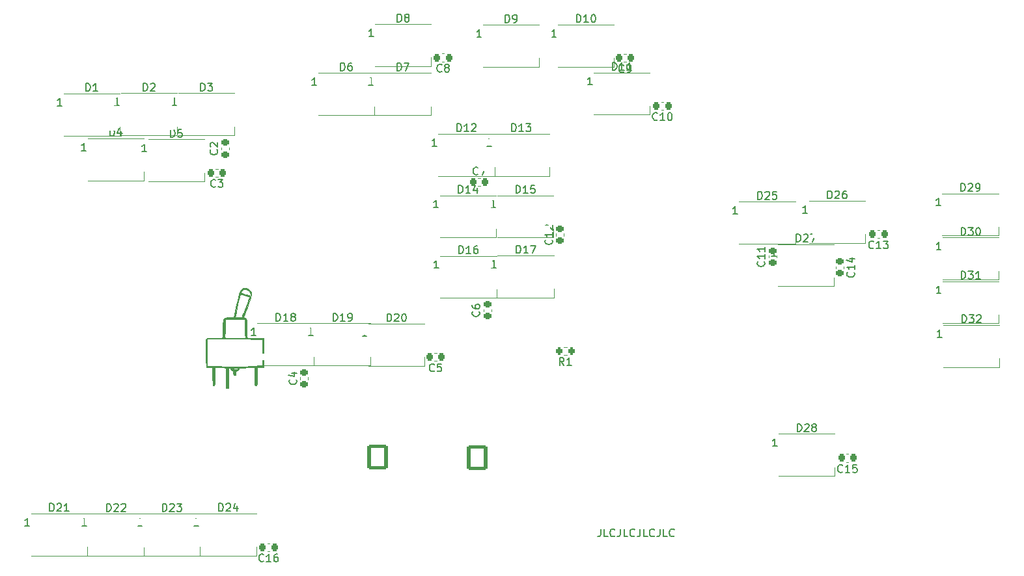
<source format=gbr>
%TF.GenerationSoftware,KiCad,Pcbnew,(6.0.9)*%
%TF.CreationDate,2023-04-01T12:58:04-08:00*%
%TF.ProjectId,FUEL PANEL,4655454c-2050-4414-9e45-4c2e6b696361,3*%
%TF.SameCoordinates,Original*%
%TF.FileFunction,Legend,Top*%
%TF.FilePolarity,Positive*%
%FSLAX46Y46*%
G04 Gerber Fmt 4.6, Leading zero omitted, Abs format (unit mm)*
G04 Created by KiCad (PCBNEW (6.0.9)) date 2023-04-01 12:58:04*
%MOMM*%
%LPD*%
G01*
G04 APERTURE LIST*
G04 Aperture macros list*
%AMRoundRect*
0 Rectangle with rounded corners*
0 $1 Rounding radius*
0 $2 $3 $4 $5 $6 $7 $8 $9 X,Y pos of 4 corners*
0 Add a 4 corners polygon primitive as box body*
4,1,4,$2,$3,$4,$5,$6,$7,$8,$9,$2,$3,0*
0 Add four circle primitives for the rounded corners*
1,1,$1+$1,$2,$3*
1,1,$1+$1,$4,$5*
1,1,$1+$1,$6,$7*
1,1,$1+$1,$8,$9*
0 Add four rect primitives between the rounded corners*
20,1,$1+$1,$2,$3,$4,$5,0*
20,1,$1+$1,$4,$5,$6,$7,0*
20,1,$1+$1,$6,$7,$8,$9,0*
20,1,$1+$1,$8,$9,$2,$3,0*%
G04 Aperture macros list end*
%ADD10C,0.150000*%
%ADD11C,0.010000*%
%ADD12C,0.120000*%
%ADD13C,12.700000*%
%ADD14C,4.300000*%
%ADD15R,1.500000X0.900000*%
%ADD16RoundRect,0.200000X0.200000X0.275000X-0.200000X0.275000X-0.200000X-0.275000X0.200000X-0.275000X0*%
%ADD17RoundRect,0.225000X0.250000X-0.225000X0.250000X0.225000X-0.250000X0.225000X-0.250000X-0.225000X0*%
%ADD18RoundRect,0.225000X0.225000X0.250000X-0.225000X0.250000X-0.225000X-0.250000X0.225000X-0.250000X0*%
%ADD19RoundRect,0.225000X-0.225000X-0.250000X0.225000X-0.250000X0.225000X0.250000X-0.225000X0.250000X0*%
%ADD20RoundRect,0.225000X-0.250000X0.225000X-0.250000X-0.225000X0.250000X-0.225000X0.250000X0.225000X0*%
%ADD21RoundRect,0.250001X-1.099999X-1.399999X1.099999X-1.399999X1.099999X1.399999X-1.099999X1.399999X0*%
%ADD22O,2.700000X3.300000*%
%ADD23R,1.800000X1.800000*%
%ADD24C,1.800000*%
G04 APERTURE END LIST*
D10*
X174870952Y-145012380D02*
X174870952Y-145726666D01*
X174823333Y-145869523D01*
X174728095Y-145964761D01*
X174585238Y-146012380D01*
X174490000Y-146012380D01*
X175823333Y-146012380D02*
X175347142Y-146012380D01*
X175347142Y-145012380D01*
X176728095Y-145917142D02*
X176680476Y-145964761D01*
X176537619Y-146012380D01*
X176442380Y-146012380D01*
X176299523Y-145964761D01*
X176204285Y-145869523D01*
X176156666Y-145774285D01*
X176109047Y-145583809D01*
X176109047Y-145440952D01*
X176156666Y-145250476D01*
X176204285Y-145155238D01*
X176299523Y-145060000D01*
X176442380Y-145012380D01*
X176537619Y-145012380D01*
X176680476Y-145060000D01*
X176728095Y-145107619D01*
X177442380Y-145012380D02*
X177442380Y-145726666D01*
X177394761Y-145869523D01*
X177299523Y-145964761D01*
X177156666Y-146012380D01*
X177061428Y-146012380D01*
X178394761Y-146012380D02*
X177918571Y-146012380D01*
X177918571Y-145012380D01*
X179299523Y-145917142D02*
X179251904Y-145964761D01*
X179109047Y-146012380D01*
X179013809Y-146012380D01*
X178870952Y-145964761D01*
X178775714Y-145869523D01*
X178728095Y-145774285D01*
X178680476Y-145583809D01*
X178680476Y-145440952D01*
X178728095Y-145250476D01*
X178775714Y-145155238D01*
X178870952Y-145060000D01*
X179013809Y-145012380D01*
X179109047Y-145012380D01*
X179251904Y-145060000D01*
X179299523Y-145107619D01*
X180013809Y-145012380D02*
X180013809Y-145726666D01*
X179966190Y-145869523D01*
X179870952Y-145964761D01*
X179728095Y-146012380D01*
X179632857Y-146012380D01*
X180966190Y-146012380D02*
X180490000Y-146012380D01*
X180490000Y-145012380D01*
X181870952Y-145917142D02*
X181823333Y-145964761D01*
X181680476Y-146012380D01*
X181585238Y-146012380D01*
X181442380Y-145964761D01*
X181347142Y-145869523D01*
X181299523Y-145774285D01*
X181251904Y-145583809D01*
X181251904Y-145440952D01*
X181299523Y-145250476D01*
X181347142Y-145155238D01*
X181442380Y-145060000D01*
X181585238Y-145012380D01*
X181680476Y-145012380D01*
X181823333Y-145060000D01*
X181870952Y-145107619D01*
X182585238Y-145012380D02*
X182585238Y-145726666D01*
X182537619Y-145869523D01*
X182442380Y-145964761D01*
X182299523Y-146012380D01*
X182204285Y-146012380D01*
X183537619Y-146012380D02*
X183061428Y-146012380D01*
X183061428Y-145012380D01*
X184442380Y-145917142D02*
X184394761Y-145964761D01*
X184251904Y-146012380D01*
X184156666Y-146012380D01*
X184013809Y-145964761D01*
X183918571Y-145869523D01*
X183870952Y-145774285D01*
X183823333Y-145583809D01*
X183823333Y-145440952D01*
X183870952Y-145250476D01*
X183918571Y-145155238D01*
X184013809Y-145060000D01*
X184156666Y-145012380D01*
X184251904Y-145012380D01*
X184394761Y-145060000D01*
X184442380Y-145107619D01*
%TO.C,D1*%
X107934904Y-87985980D02*
X107934904Y-86985980D01*
X108173000Y-86985980D01*
X108315857Y-87033600D01*
X108411095Y-87128838D01*
X108458714Y-87224076D01*
X108506333Y-87414552D01*
X108506333Y-87557409D01*
X108458714Y-87747885D01*
X108411095Y-87843123D01*
X108315857Y-87938361D01*
X108173000Y-87985980D01*
X107934904Y-87985980D01*
X109458714Y-87985980D02*
X108887285Y-87985980D01*
X109173000Y-87985980D02*
X109173000Y-86985980D01*
X109077761Y-87128838D01*
X108982523Y-87224076D01*
X108887285Y-87271695D01*
X104808714Y-89885980D02*
X104237285Y-89885980D01*
X104523000Y-89885980D02*
X104523000Y-88885980D01*
X104427761Y-89028838D01*
X104332523Y-89124076D01*
X104237285Y-89171695D01*
%TO.C,D2*%
X115401904Y-87960380D02*
X115401904Y-86960380D01*
X115640000Y-86960380D01*
X115782857Y-87008000D01*
X115878095Y-87103238D01*
X115925714Y-87198476D01*
X115973333Y-87388952D01*
X115973333Y-87531809D01*
X115925714Y-87722285D01*
X115878095Y-87817523D01*
X115782857Y-87912761D01*
X115640000Y-87960380D01*
X115401904Y-87960380D01*
X116354285Y-87055619D02*
X116401904Y-87008000D01*
X116497142Y-86960380D01*
X116735238Y-86960380D01*
X116830476Y-87008000D01*
X116878095Y-87055619D01*
X116925714Y-87150857D01*
X116925714Y-87246095D01*
X116878095Y-87388952D01*
X116306666Y-87960380D01*
X116925714Y-87960380D01*
X112275714Y-89860380D02*
X111704285Y-89860380D01*
X111990000Y-89860380D02*
X111990000Y-88860380D01*
X111894761Y-89003238D01*
X111799523Y-89098476D01*
X111704285Y-89146095D01*
%TO.C,D3*%
X122869904Y-87960780D02*
X122869904Y-86960780D01*
X123108000Y-86960780D01*
X123250857Y-87008400D01*
X123346095Y-87103638D01*
X123393714Y-87198876D01*
X123441333Y-87389352D01*
X123441333Y-87532209D01*
X123393714Y-87722685D01*
X123346095Y-87817923D01*
X123250857Y-87913161D01*
X123108000Y-87960780D01*
X122869904Y-87960780D01*
X123774666Y-86960780D02*
X124393714Y-86960780D01*
X124060380Y-87341733D01*
X124203238Y-87341733D01*
X124298476Y-87389352D01*
X124346095Y-87436971D01*
X124393714Y-87532209D01*
X124393714Y-87770304D01*
X124346095Y-87865542D01*
X124298476Y-87913161D01*
X124203238Y-87960780D01*
X123917523Y-87960780D01*
X123822285Y-87913161D01*
X123774666Y-87865542D01*
X119743714Y-89860780D02*
X119172285Y-89860780D01*
X119458000Y-89860780D02*
X119458000Y-88860780D01*
X119362761Y-89003638D01*
X119267523Y-89098876D01*
X119172285Y-89146495D01*
%TO.C,D4*%
X111083904Y-93853180D02*
X111083904Y-92853180D01*
X111322000Y-92853180D01*
X111464857Y-92900800D01*
X111560095Y-92996038D01*
X111607714Y-93091276D01*
X111655333Y-93281752D01*
X111655333Y-93424609D01*
X111607714Y-93615085D01*
X111560095Y-93710323D01*
X111464857Y-93805561D01*
X111322000Y-93853180D01*
X111083904Y-93853180D01*
X112512476Y-93186514D02*
X112512476Y-93853180D01*
X112274380Y-92805561D02*
X112036285Y-93519847D01*
X112655333Y-93519847D01*
X107957714Y-95753180D02*
X107386285Y-95753180D01*
X107672000Y-95753180D02*
X107672000Y-94753180D01*
X107576761Y-94896038D01*
X107481523Y-94991276D01*
X107386285Y-95038895D01*
%TO.C,D5*%
X118946904Y-93980380D02*
X118946904Y-92980380D01*
X119185000Y-92980380D01*
X119327857Y-93028000D01*
X119423095Y-93123238D01*
X119470714Y-93218476D01*
X119518333Y-93408952D01*
X119518333Y-93551809D01*
X119470714Y-93742285D01*
X119423095Y-93837523D01*
X119327857Y-93932761D01*
X119185000Y-93980380D01*
X118946904Y-93980380D01*
X120423095Y-92980380D02*
X119946904Y-92980380D01*
X119899285Y-93456571D01*
X119946904Y-93408952D01*
X120042142Y-93361333D01*
X120280238Y-93361333D01*
X120375476Y-93408952D01*
X120423095Y-93456571D01*
X120470714Y-93551809D01*
X120470714Y-93789904D01*
X120423095Y-93885142D01*
X120375476Y-93932761D01*
X120280238Y-93980380D01*
X120042142Y-93980380D01*
X119946904Y-93932761D01*
X119899285Y-93885142D01*
X115820714Y-95880380D02*
X115249285Y-95880380D01*
X115535000Y-95880380D02*
X115535000Y-94880380D01*
X115439761Y-95023238D01*
X115344523Y-95118476D01*
X115249285Y-95166095D01*
%TO.C,D6*%
X141055904Y-85319180D02*
X141055904Y-84319180D01*
X141294000Y-84319180D01*
X141436857Y-84366800D01*
X141532095Y-84462038D01*
X141579714Y-84557276D01*
X141627333Y-84747752D01*
X141627333Y-84890609D01*
X141579714Y-85081085D01*
X141532095Y-85176323D01*
X141436857Y-85271561D01*
X141294000Y-85319180D01*
X141055904Y-85319180D01*
X142484476Y-84319180D02*
X142294000Y-84319180D01*
X142198761Y-84366800D01*
X142151142Y-84414419D01*
X142055904Y-84557276D01*
X142008285Y-84747752D01*
X142008285Y-85128704D01*
X142055904Y-85223942D01*
X142103523Y-85271561D01*
X142198761Y-85319180D01*
X142389238Y-85319180D01*
X142484476Y-85271561D01*
X142532095Y-85223942D01*
X142579714Y-85128704D01*
X142579714Y-84890609D01*
X142532095Y-84795371D01*
X142484476Y-84747752D01*
X142389238Y-84700133D01*
X142198761Y-84700133D01*
X142103523Y-84747752D01*
X142055904Y-84795371D01*
X142008285Y-84890609D01*
X137929714Y-87219180D02*
X137358285Y-87219180D01*
X137644000Y-87219180D02*
X137644000Y-86219180D01*
X137548761Y-86362038D01*
X137453523Y-86457276D01*
X137358285Y-86504895D01*
%TO.C,D7*%
X148398904Y-85319180D02*
X148398904Y-84319180D01*
X148637000Y-84319180D01*
X148779857Y-84366800D01*
X148875095Y-84462038D01*
X148922714Y-84557276D01*
X148970333Y-84747752D01*
X148970333Y-84890609D01*
X148922714Y-85081085D01*
X148875095Y-85176323D01*
X148779857Y-85271561D01*
X148637000Y-85319180D01*
X148398904Y-85319180D01*
X149303666Y-84319180D02*
X149970333Y-84319180D01*
X149541761Y-85319180D01*
X145272714Y-87219180D02*
X144701285Y-87219180D01*
X144987000Y-87219180D02*
X144987000Y-86219180D01*
X144891761Y-86362038D01*
X144796523Y-86457276D01*
X144701285Y-86504895D01*
%TO.C,D8*%
X148449904Y-78968780D02*
X148449904Y-77968780D01*
X148688000Y-77968780D01*
X148830857Y-78016400D01*
X148926095Y-78111638D01*
X148973714Y-78206876D01*
X149021333Y-78397352D01*
X149021333Y-78540209D01*
X148973714Y-78730685D01*
X148926095Y-78825923D01*
X148830857Y-78921161D01*
X148688000Y-78968780D01*
X148449904Y-78968780D01*
X149592761Y-78397352D02*
X149497523Y-78349733D01*
X149449904Y-78302114D01*
X149402285Y-78206876D01*
X149402285Y-78159257D01*
X149449904Y-78064019D01*
X149497523Y-78016400D01*
X149592761Y-77968780D01*
X149783238Y-77968780D01*
X149878476Y-78016400D01*
X149926095Y-78064019D01*
X149973714Y-78159257D01*
X149973714Y-78206876D01*
X149926095Y-78302114D01*
X149878476Y-78349733D01*
X149783238Y-78397352D01*
X149592761Y-78397352D01*
X149497523Y-78444971D01*
X149449904Y-78492590D01*
X149402285Y-78587828D01*
X149402285Y-78778304D01*
X149449904Y-78873542D01*
X149497523Y-78921161D01*
X149592761Y-78968780D01*
X149783238Y-78968780D01*
X149878476Y-78921161D01*
X149926095Y-78873542D01*
X149973714Y-78778304D01*
X149973714Y-78587828D01*
X149926095Y-78492590D01*
X149878476Y-78444971D01*
X149783238Y-78397352D01*
X145323714Y-80868780D02*
X144752285Y-80868780D01*
X145038000Y-80868780D02*
X145038000Y-79868780D01*
X144942761Y-80011638D01*
X144847523Y-80106876D01*
X144752285Y-80154495D01*
%TO.C,D9*%
X162481904Y-79045180D02*
X162481904Y-78045180D01*
X162720000Y-78045180D01*
X162862857Y-78092800D01*
X162958095Y-78188038D01*
X163005714Y-78283276D01*
X163053333Y-78473752D01*
X163053333Y-78616609D01*
X163005714Y-78807085D01*
X162958095Y-78902323D01*
X162862857Y-78997561D01*
X162720000Y-79045180D01*
X162481904Y-79045180D01*
X163529523Y-79045180D02*
X163720000Y-79045180D01*
X163815238Y-78997561D01*
X163862857Y-78949942D01*
X163958095Y-78807085D01*
X164005714Y-78616609D01*
X164005714Y-78235657D01*
X163958095Y-78140419D01*
X163910476Y-78092800D01*
X163815238Y-78045180D01*
X163624761Y-78045180D01*
X163529523Y-78092800D01*
X163481904Y-78140419D01*
X163434285Y-78235657D01*
X163434285Y-78473752D01*
X163481904Y-78568990D01*
X163529523Y-78616609D01*
X163624761Y-78664228D01*
X163815238Y-78664228D01*
X163910476Y-78616609D01*
X163958095Y-78568990D01*
X164005714Y-78473752D01*
X159355714Y-80945180D02*
X158784285Y-80945180D01*
X159070000Y-80945180D02*
X159070000Y-79945180D01*
X158974761Y-80088038D01*
X158879523Y-80183276D01*
X158784285Y-80230895D01*
%TO.C,D10*%
X171747714Y-79019580D02*
X171747714Y-78019580D01*
X171985809Y-78019580D01*
X172128666Y-78067200D01*
X172223904Y-78162438D01*
X172271523Y-78257676D01*
X172319142Y-78448152D01*
X172319142Y-78591009D01*
X172271523Y-78781485D01*
X172223904Y-78876723D01*
X172128666Y-78971961D01*
X171985809Y-79019580D01*
X171747714Y-79019580D01*
X173271523Y-79019580D02*
X172700095Y-79019580D01*
X172985809Y-79019580D02*
X172985809Y-78019580D01*
X172890571Y-78162438D01*
X172795333Y-78257676D01*
X172700095Y-78305295D01*
X173890571Y-78019580D02*
X173985809Y-78019580D01*
X174081047Y-78067200D01*
X174128666Y-78114819D01*
X174176285Y-78210057D01*
X174223904Y-78400533D01*
X174223904Y-78638628D01*
X174176285Y-78829104D01*
X174128666Y-78924342D01*
X174081047Y-78971961D01*
X173985809Y-79019580D01*
X173890571Y-79019580D01*
X173795333Y-78971961D01*
X173747714Y-78924342D01*
X173700095Y-78829104D01*
X173652476Y-78638628D01*
X173652476Y-78400533D01*
X173700095Y-78210057D01*
X173747714Y-78114819D01*
X173795333Y-78067200D01*
X173890571Y-78019580D01*
X169097714Y-80919580D02*
X168526285Y-80919580D01*
X168812000Y-80919580D02*
X168812000Y-79919580D01*
X168716761Y-80062438D01*
X168621523Y-80157676D01*
X168526285Y-80205295D01*
%TO.C,D11*%
X176421714Y-85267980D02*
X176421714Y-84267980D01*
X176659809Y-84267980D01*
X176802666Y-84315600D01*
X176897904Y-84410838D01*
X176945523Y-84506076D01*
X176993142Y-84696552D01*
X176993142Y-84839409D01*
X176945523Y-85029885D01*
X176897904Y-85125123D01*
X176802666Y-85220361D01*
X176659809Y-85267980D01*
X176421714Y-85267980D01*
X177945523Y-85267980D02*
X177374095Y-85267980D01*
X177659809Y-85267980D02*
X177659809Y-84267980D01*
X177564571Y-84410838D01*
X177469333Y-84506076D01*
X177374095Y-84553695D01*
X178897904Y-85267980D02*
X178326476Y-85267980D01*
X178612190Y-85267980D02*
X178612190Y-84267980D01*
X178516952Y-84410838D01*
X178421714Y-84506076D01*
X178326476Y-84553695D01*
X173771714Y-87167980D02*
X173200285Y-87167980D01*
X173486000Y-87167980D02*
X173486000Y-86167980D01*
X173390761Y-86310838D01*
X173295523Y-86406076D01*
X173200285Y-86453695D01*
%TO.C,D12*%
X156203714Y-93243580D02*
X156203714Y-92243580D01*
X156441809Y-92243580D01*
X156584666Y-92291200D01*
X156679904Y-92386438D01*
X156727523Y-92481676D01*
X156775142Y-92672152D01*
X156775142Y-92815009D01*
X156727523Y-93005485D01*
X156679904Y-93100723D01*
X156584666Y-93195961D01*
X156441809Y-93243580D01*
X156203714Y-93243580D01*
X157727523Y-93243580D02*
X157156095Y-93243580D01*
X157441809Y-93243580D02*
X157441809Y-92243580D01*
X157346571Y-92386438D01*
X157251333Y-92481676D01*
X157156095Y-92529295D01*
X158108476Y-92338819D02*
X158156095Y-92291200D01*
X158251333Y-92243580D01*
X158489428Y-92243580D01*
X158584666Y-92291200D01*
X158632285Y-92338819D01*
X158679904Y-92434057D01*
X158679904Y-92529295D01*
X158632285Y-92672152D01*
X158060857Y-93243580D01*
X158679904Y-93243580D01*
X153553714Y-95143580D02*
X152982285Y-95143580D01*
X153268000Y-95143580D02*
X153268000Y-94143580D01*
X153172761Y-94286438D01*
X153077523Y-94381676D01*
X152982285Y-94429295D01*
%TO.C,D13*%
X163315714Y-93243580D02*
X163315714Y-92243580D01*
X163553809Y-92243580D01*
X163696666Y-92291200D01*
X163791904Y-92386438D01*
X163839523Y-92481676D01*
X163887142Y-92672152D01*
X163887142Y-92815009D01*
X163839523Y-93005485D01*
X163791904Y-93100723D01*
X163696666Y-93195961D01*
X163553809Y-93243580D01*
X163315714Y-93243580D01*
X164839523Y-93243580D02*
X164268095Y-93243580D01*
X164553809Y-93243580D02*
X164553809Y-92243580D01*
X164458571Y-92386438D01*
X164363333Y-92481676D01*
X164268095Y-92529295D01*
X165172857Y-92243580D02*
X165791904Y-92243580D01*
X165458571Y-92624533D01*
X165601428Y-92624533D01*
X165696666Y-92672152D01*
X165744285Y-92719771D01*
X165791904Y-92815009D01*
X165791904Y-93053104D01*
X165744285Y-93148342D01*
X165696666Y-93195961D01*
X165601428Y-93243580D01*
X165315714Y-93243580D01*
X165220476Y-93195961D01*
X165172857Y-93148342D01*
X160665714Y-95143580D02*
X160094285Y-95143580D01*
X160380000Y-95143580D02*
X160380000Y-94143580D01*
X160284761Y-94286438D01*
X160189523Y-94381676D01*
X160094285Y-94429295D01*
%TO.C,D14*%
X156406714Y-101270380D02*
X156406714Y-100270380D01*
X156644809Y-100270380D01*
X156787666Y-100318000D01*
X156882904Y-100413238D01*
X156930523Y-100508476D01*
X156978142Y-100698952D01*
X156978142Y-100841809D01*
X156930523Y-101032285D01*
X156882904Y-101127523D01*
X156787666Y-101222761D01*
X156644809Y-101270380D01*
X156406714Y-101270380D01*
X157930523Y-101270380D02*
X157359095Y-101270380D01*
X157644809Y-101270380D02*
X157644809Y-100270380D01*
X157549571Y-100413238D01*
X157454333Y-100508476D01*
X157359095Y-100556095D01*
X158787666Y-100603714D02*
X158787666Y-101270380D01*
X158549571Y-100222761D02*
X158311476Y-100937047D01*
X158930523Y-100937047D01*
X153756714Y-103170380D02*
X153185285Y-103170380D01*
X153471000Y-103170380D02*
X153471000Y-102170380D01*
X153375761Y-102313238D01*
X153280523Y-102408476D01*
X153185285Y-102456095D01*
%TO.C,D15*%
X163873714Y-101270380D02*
X163873714Y-100270380D01*
X164111809Y-100270380D01*
X164254666Y-100318000D01*
X164349904Y-100413238D01*
X164397523Y-100508476D01*
X164445142Y-100698952D01*
X164445142Y-100841809D01*
X164397523Y-101032285D01*
X164349904Y-101127523D01*
X164254666Y-101222761D01*
X164111809Y-101270380D01*
X163873714Y-101270380D01*
X165397523Y-101270380D02*
X164826095Y-101270380D01*
X165111809Y-101270380D02*
X165111809Y-100270380D01*
X165016571Y-100413238D01*
X164921333Y-100508476D01*
X164826095Y-100556095D01*
X166302285Y-100270380D02*
X165826095Y-100270380D01*
X165778476Y-100746571D01*
X165826095Y-100698952D01*
X165921333Y-100651333D01*
X166159428Y-100651333D01*
X166254666Y-100698952D01*
X166302285Y-100746571D01*
X166349904Y-100841809D01*
X166349904Y-101079904D01*
X166302285Y-101175142D01*
X166254666Y-101222761D01*
X166159428Y-101270380D01*
X165921333Y-101270380D01*
X165826095Y-101222761D01*
X165778476Y-101175142D01*
X161223714Y-103170380D02*
X160652285Y-103170380D01*
X160938000Y-103170380D02*
X160938000Y-102170380D01*
X160842761Y-102313238D01*
X160747523Y-102408476D01*
X160652285Y-102456095D01*
%TO.C,D16*%
X156457714Y-109144380D02*
X156457714Y-108144380D01*
X156695809Y-108144380D01*
X156838666Y-108192000D01*
X156933904Y-108287238D01*
X156981523Y-108382476D01*
X157029142Y-108572952D01*
X157029142Y-108715809D01*
X156981523Y-108906285D01*
X156933904Y-109001523D01*
X156838666Y-109096761D01*
X156695809Y-109144380D01*
X156457714Y-109144380D01*
X157981523Y-109144380D02*
X157410095Y-109144380D01*
X157695809Y-109144380D02*
X157695809Y-108144380D01*
X157600571Y-108287238D01*
X157505333Y-108382476D01*
X157410095Y-108430095D01*
X158838666Y-108144380D02*
X158648190Y-108144380D01*
X158552952Y-108192000D01*
X158505333Y-108239619D01*
X158410095Y-108382476D01*
X158362476Y-108572952D01*
X158362476Y-108953904D01*
X158410095Y-109049142D01*
X158457714Y-109096761D01*
X158552952Y-109144380D01*
X158743428Y-109144380D01*
X158838666Y-109096761D01*
X158886285Y-109049142D01*
X158933904Y-108953904D01*
X158933904Y-108715809D01*
X158886285Y-108620571D01*
X158838666Y-108572952D01*
X158743428Y-108525333D01*
X158552952Y-108525333D01*
X158457714Y-108572952D01*
X158410095Y-108620571D01*
X158362476Y-108715809D01*
X153807714Y-111044380D02*
X153236285Y-111044380D01*
X153522000Y-111044380D02*
X153522000Y-110044380D01*
X153426761Y-110187238D01*
X153331523Y-110282476D01*
X153236285Y-110330095D01*
%TO.C,D17*%
X163924714Y-109093380D02*
X163924714Y-108093380D01*
X164162809Y-108093380D01*
X164305666Y-108141000D01*
X164400904Y-108236238D01*
X164448523Y-108331476D01*
X164496142Y-108521952D01*
X164496142Y-108664809D01*
X164448523Y-108855285D01*
X164400904Y-108950523D01*
X164305666Y-109045761D01*
X164162809Y-109093380D01*
X163924714Y-109093380D01*
X165448523Y-109093380D02*
X164877095Y-109093380D01*
X165162809Y-109093380D02*
X165162809Y-108093380D01*
X165067571Y-108236238D01*
X164972333Y-108331476D01*
X164877095Y-108379095D01*
X165781857Y-108093380D02*
X166448523Y-108093380D01*
X166019952Y-109093380D01*
X161274714Y-110993380D02*
X160703285Y-110993380D01*
X160989000Y-110993380D02*
X160989000Y-109993380D01*
X160893761Y-110136238D01*
X160798523Y-110231476D01*
X160703285Y-110279095D01*
%TO.C,D18*%
X132682714Y-117932380D02*
X132682714Y-116932380D01*
X132920809Y-116932380D01*
X133063666Y-116980000D01*
X133158904Y-117075238D01*
X133206523Y-117170476D01*
X133254142Y-117360952D01*
X133254142Y-117503809D01*
X133206523Y-117694285D01*
X133158904Y-117789523D01*
X133063666Y-117884761D01*
X132920809Y-117932380D01*
X132682714Y-117932380D01*
X134206523Y-117932380D02*
X133635095Y-117932380D01*
X133920809Y-117932380D02*
X133920809Y-116932380D01*
X133825571Y-117075238D01*
X133730333Y-117170476D01*
X133635095Y-117218095D01*
X134777952Y-117360952D02*
X134682714Y-117313333D01*
X134635095Y-117265714D01*
X134587476Y-117170476D01*
X134587476Y-117122857D01*
X134635095Y-117027619D01*
X134682714Y-116980000D01*
X134777952Y-116932380D01*
X134968428Y-116932380D01*
X135063666Y-116980000D01*
X135111285Y-117027619D01*
X135158904Y-117122857D01*
X135158904Y-117170476D01*
X135111285Y-117265714D01*
X135063666Y-117313333D01*
X134968428Y-117360952D01*
X134777952Y-117360952D01*
X134682714Y-117408571D01*
X134635095Y-117456190D01*
X134587476Y-117551428D01*
X134587476Y-117741904D01*
X134635095Y-117837142D01*
X134682714Y-117884761D01*
X134777952Y-117932380D01*
X134968428Y-117932380D01*
X135063666Y-117884761D01*
X135111285Y-117837142D01*
X135158904Y-117741904D01*
X135158904Y-117551428D01*
X135111285Y-117456190D01*
X135063666Y-117408571D01*
X134968428Y-117360952D01*
X130032714Y-119832380D02*
X129461285Y-119832380D01*
X129747000Y-119832380D02*
X129747000Y-118832380D01*
X129651761Y-118975238D01*
X129556523Y-119070476D01*
X129461285Y-119118095D01*
%TO.C,D19*%
X140099714Y-117932380D02*
X140099714Y-116932380D01*
X140337809Y-116932380D01*
X140480666Y-116980000D01*
X140575904Y-117075238D01*
X140623523Y-117170476D01*
X140671142Y-117360952D01*
X140671142Y-117503809D01*
X140623523Y-117694285D01*
X140575904Y-117789523D01*
X140480666Y-117884761D01*
X140337809Y-117932380D01*
X140099714Y-117932380D01*
X141623523Y-117932380D02*
X141052095Y-117932380D01*
X141337809Y-117932380D02*
X141337809Y-116932380D01*
X141242571Y-117075238D01*
X141147333Y-117170476D01*
X141052095Y-117218095D01*
X142099714Y-117932380D02*
X142290190Y-117932380D01*
X142385428Y-117884761D01*
X142433047Y-117837142D01*
X142528285Y-117694285D01*
X142575904Y-117503809D01*
X142575904Y-117122857D01*
X142528285Y-117027619D01*
X142480666Y-116980000D01*
X142385428Y-116932380D01*
X142194952Y-116932380D01*
X142099714Y-116980000D01*
X142052095Y-117027619D01*
X142004476Y-117122857D01*
X142004476Y-117360952D01*
X142052095Y-117456190D01*
X142099714Y-117503809D01*
X142194952Y-117551428D01*
X142385428Y-117551428D01*
X142480666Y-117503809D01*
X142528285Y-117456190D01*
X142575904Y-117360952D01*
X137449714Y-119832380D02*
X136878285Y-119832380D01*
X137164000Y-119832380D02*
X137164000Y-118832380D01*
X137068761Y-118975238D01*
X136973523Y-119070476D01*
X136878285Y-119118095D01*
%TO.C,D20*%
X147109714Y-117983380D02*
X147109714Y-116983380D01*
X147347809Y-116983380D01*
X147490666Y-117031000D01*
X147585904Y-117126238D01*
X147633523Y-117221476D01*
X147681142Y-117411952D01*
X147681142Y-117554809D01*
X147633523Y-117745285D01*
X147585904Y-117840523D01*
X147490666Y-117935761D01*
X147347809Y-117983380D01*
X147109714Y-117983380D01*
X148062095Y-117078619D02*
X148109714Y-117031000D01*
X148204952Y-116983380D01*
X148443047Y-116983380D01*
X148538285Y-117031000D01*
X148585904Y-117078619D01*
X148633523Y-117173857D01*
X148633523Y-117269095D01*
X148585904Y-117411952D01*
X148014476Y-117983380D01*
X148633523Y-117983380D01*
X149252571Y-116983380D02*
X149347809Y-116983380D01*
X149443047Y-117031000D01*
X149490666Y-117078619D01*
X149538285Y-117173857D01*
X149585904Y-117364333D01*
X149585904Y-117602428D01*
X149538285Y-117792904D01*
X149490666Y-117888142D01*
X149443047Y-117935761D01*
X149347809Y-117983380D01*
X149252571Y-117983380D01*
X149157333Y-117935761D01*
X149109714Y-117888142D01*
X149062095Y-117792904D01*
X149014476Y-117602428D01*
X149014476Y-117364333D01*
X149062095Y-117173857D01*
X149109714Y-117078619D01*
X149157333Y-117031000D01*
X149252571Y-116983380D01*
X144459714Y-119883380D02*
X143888285Y-119883380D01*
X144174000Y-119883380D02*
X144174000Y-118883380D01*
X144078761Y-119026238D01*
X143983523Y-119121476D01*
X143888285Y-119169095D01*
%TO.C,D21*%
X103230714Y-142697380D02*
X103230714Y-141697380D01*
X103468809Y-141697380D01*
X103611666Y-141745000D01*
X103706904Y-141840238D01*
X103754523Y-141935476D01*
X103802142Y-142125952D01*
X103802142Y-142268809D01*
X103754523Y-142459285D01*
X103706904Y-142554523D01*
X103611666Y-142649761D01*
X103468809Y-142697380D01*
X103230714Y-142697380D01*
X104183095Y-141792619D02*
X104230714Y-141745000D01*
X104325952Y-141697380D01*
X104564047Y-141697380D01*
X104659285Y-141745000D01*
X104706904Y-141792619D01*
X104754523Y-141887857D01*
X104754523Y-141983095D01*
X104706904Y-142125952D01*
X104135476Y-142697380D01*
X104754523Y-142697380D01*
X105706904Y-142697380D02*
X105135476Y-142697380D01*
X105421190Y-142697380D02*
X105421190Y-141697380D01*
X105325952Y-141840238D01*
X105230714Y-141935476D01*
X105135476Y-141983095D01*
X100580714Y-144597380D02*
X100009285Y-144597380D01*
X100295000Y-144597380D02*
X100295000Y-143597380D01*
X100199761Y-143740238D01*
X100104523Y-143835476D01*
X100009285Y-143883095D01*
%TO.C,D22*%
X110635714Y-142723380D02*
X110635714Y-141723380D01*
X110873809Y-141723380D01*
X111016666Y-141771000D01*
X111111904Y-141866238D01*
X111159523Y-141961476D01*
X111207142Y-142151952D01*
X111207142Y-142294809D01*
X111159523Y-142485285D01*
X111111904Y-142580523D01*
X111016666Y-142675761D01*
X110873809Y-142723380D01*
X110635714Y-142723380D01*
X111588095Y-141818619D02*
X111635714Y-141771000D01*
X111730952Y-141723380D01*
X111969047Y-141723380D01*
X112064285Y-141771000D01*
X112111904Y-141818619D01*
X112159523Y-141913857D01*
X112159523Y-142009095D01*
X112111904Y-142151952D01*
X111540476Y-142723380D01*
X112159523Y-142723380D01*
X112540476Y-141818619D02*
X112588095Y-141771000D01*
X112683333Y-141723380D01*
X112921428Y-141723380D01*
X113016666Y-141771000D01*
X113064285Y-141818619D01*
X113111904Y-141913857D01*
X113111904Y-142009095D01*
X113064285Y-142151952D01*
X112492857Y-142723380D01*
X113111904Y-142723380D01*
X107985714Y-144623380D02*
X107414285Y-144623380D01*
X107700000Y-144623380D02*
X107700000Y-143623380D01*
X107604761Y-143766238D01*
X107509523Y-143861476D01*
X107414285Y-143909095D01*
%TO.C,D23*%
X117899714Y-142722380D02*
X117899714Y-141722380D01*
X118137809Y-141722380D01*
X118280666Y-141770000D01*
X118375904Y-141865238D01*
X118423523Y-141960476D01*
X118471142Y-142150952D01*
X118471142Y-142293809D01*
X118423523Y-142484285D01*
X118375904Y-142579523D01*
X118280666Y-142674761D01*
X118137809Y-142722380D01*
X117899714Y-142722380D01*
X118852095Y-141817619D02*
X118899714Y-141770000D01*
X118994952Y-141722380D01*
X119233047Y-141722380D01*
X119328285Y-141770000D01*
X119375904Y-141817619D01*
X119423523Y-141912857D01*
X119423523Y-142008095D01*
X119375904Y-142150952D01*
X118804476Y-142722380D01*
X119423523Y-142722380D01*
X119756857Y-141722380D02*
X120375904Y-141722380D01*
X120042571Y-142103333D01*
X120185428Y-142103333D01*
X120280666Y-142150952D01*
X120328285Y-142198571D01*
X120375904Y-142293809D01*
X120375904Y-142531904D01*
X120328285Y-142627142D01*
X120280666Y-142674761D01*
X120185428Y-142722380D01*
X119899714Y-142722380D01*
X119804476Y-142674761D01*
X119756857Y-142627142D01*
X115249714Y-144622380D02*
X114678285Y-144622380D01*
X114964000Y-144622380D02*
X114964000Y-143622380D01*
X114868761Y-143765238D01*
X114773523Y-143860476D01*
X114678285Y-143908095D01*
%TO.C,D24*%
X125215714Y-142697380D02*
X125215714Y-141697380D01*
X125453809Y-141697380D01*
X125596666Y-141745000D01*
X125691904Y-141840238D01*
X125739523Y-141935476D01*
X125787142Y-142125952D01*
X125787142Y-142268809D01*
X125739523Y-142459285D01*
X125691904Y-142554523D01*
X125596666Y-142649761D01*
X125453809Y-142697380D01*
X125215714Y-142697380D01*
X126168095Y-141792619D02*
X126215714Y-141745000D01*
X126310952Y-141697380D01*
X126549047Y-141697380D01*
X126644285Y-141745000D01*
X126691904Y-141792619D01*
X126739523Y-141887857D01*
X126739523Y-141983095D01*
X126691904Y-142125952D01*
X126120476Y-142697380D01*
X126739523Y-142697380D01*
X127596666Y-142030714D02*
X127596666Y-142697380D01*
X127358571Y-141649761D02*
X127120476Y-142364047D01*
X127739523Y-142364047D01*
X122565714Y-144597380D02*
X121994285Y-144597380D01*
X122280000Y-144597380D02*
X122280000Y-143597380D01*
X122184761Y-143740238D01*
X122089523Y-143835476D01*
X121994285Y-143883095D01*
%TO.C,D25*%
X195319714Y-102083380D02*
X195319714Y-101083380D01*
X195557809Y-101083380D01*
X195700666Y-101131000D01*
X195795904Y-101226238D01*
X195843523Y-101321476D01*
X195891142Y-101511952D01*
X195891142Y-101654809D01*
X195843523Y-101845285D01*
X195795904Y-101940523D01*
X195700666Y-102035761D01*
X195557809Y-102083380D01*
X195319714Y-102083380D01*
X196272095Y-101178619D02*
X196319714Y-101131000D01*
X196414952Y-101083380D01*
X196653047Y-101083380D01*
X196748285Y-101131000D01*
X196795904Y-101178619D01*
X196843523Y-101273857D01*
X196843523Y-101369095D01*
X196795904Y-101511952D01*
X196224476Y-102083380D01*
X196843523Y-102083380D01*
X197748285Y-101083380D02*
X197272095Y-101083380D01*
X197224476Y-101559571D01*
X197272095Y-101511952D01*
X197367333Y-101464333D01*
X197605428Y-101464333D01*
X197700666Y-101511952D01*
X197748285Y-101559571D01*
X197795904Y-101654809D01*
X197795904Y-101892904D01*
X197748285Y-101988142D01*
X197700666Y-102035761D01*
X197605428Y-102083380D01*
X197367333Y-102083380D01*
X197272095Y-102035761D01*
X197224476Y-101988142D01*
X192669714Y-103983380D02*
X192098285Y-103983380D01*
X192384000Y-103983380D02*
X192384000Y-102983380D01*
X192288761Y-103126238D01*
X192193523Y-103221476D01*
X192098285Y-103269095D01*
%TO.C,D26*%
X204412714Y-101981380D02*
X204412714Y-100981380D01*
X204650809Y-100981380D01*
X204793666Y-101029000D01*
X204888904Y-101124238D01*
X204936523Y-101219476D01*
X204984142Y-101409952D01*
X204984142Y-101552809D01*
X204936523Y-101743285D01*
X204888904Y-101838523D01*
X204793666Y-101933761D01*
X204650809Y-101981380D01*
X204412714Y-101981380D01*
X205365095Y-101076619D02*
X205412714Y-101029000D01*
X205507952Y-100981380D01*
X205746047Y-100981380D01*
X205841285Y-101029000D01*
X205888904Y-101076619D01*
X205936523Y-101171857D01*
X205936523Y-101267095D01*
X205888904Y-101409952D01*
X205317476Y-101981380D01*
X205936523Y-101981380D01*
X206793666Y-100981380D02*
X206603190Y-100981380D01*
X206507952Y-101029000D01*
X206460333Y-101076619D01*
X206365095Y-101219476D01*
X206317476Y-101409952D01*
X206317476Y-101790904D01*
X206365095Y-101886142D01*
X206412714Y-101933761D01*
X206507952Y-101981380D01*
X206698428Y-101981380D01*
X206793666Y-101933761D01*
X206841285Y-101886142D01*
X206888904Y-101790904D01*
X206888904Y-101552809D01*
X206841285Y-101457571D01*
X206793666Y-101409952D01*
X206698428Y-101362333D01*
X206507952Y-101362333D01*
X206412714Y-101409952D01*
X206365095Y-101457571D01*
X206317476Y-101552809D01*
X201762714Y-103881380D02*
X201191285Y-103881380D01*
X201477000Y-103881380D02*
X201477000Y-102881380D01*
X201381761Y-103024238D01*
X201286523Y-103119476D01*
X201191285Y-103167095D01*
%TO.C,D27*%
X200348714Y-107620380D02*
X200348714Y-106620380D01*
X200586809Y-106620380D01*
X200729666Y-106668000D01*
X200824904Y-106763238D01*
X200872523Y-106858476D01*
X200920142Y-107048952D01*
X200920142Y-107191809D01*
X200872523Y-107382285D01*
X200824904Y-107477523D01*
X200729666Y-107572761D01*
X200586809Y-107620380D01*
X200348714Y-107620380D01*
X201301095Y-106715619D02*
X201348714Y-106668000D01*
X201443952Y-106620380D01*
X201682047Y-106620380D01*
X201777285Y-106668000D01*
X201824904Y-106715619D01*
X201872523Y-106810857D01*
X201872523Y-106906095D01*
X201824904Y-107048952D01*
X201253476Y-107620380D01*
X201872523Y-107620380D01*
X202205857Y-106620380D02*
X202872523Y-106620380D01*
X202443952Y-107620380D01*
X197698714Y-109520380D02*
X197127285Y-109520380D01*
X197413000Y-109520380D02*
X197413000Y-108520380D01*
X197317761Y-108663238D01*
X197222523Y-108758476D01*
X197127285Y-108806095D01*
%TO.C,D28*%
X200461714Y-132334380D02*
X200461714Y-131334380D01*
X200699809Y-131334380D01*
X200842666Y-131382000D01*
X200937904Y-131477238D01*
X200985523Y-131572476D01*
X201033142Y-131762952D01*
X201033142Y-131905809D01*
X200985523Y-132096285D01*
X200937904Y-132191523D01*
X200842666Y-132286761D01*
X200699809Y-132334380D01*
X200461714Y-132334380D01*
X201414095Y-131429619D02*
X201461714Y-131382000D01*
X201556952Y-131334380D01*
X201795047Y-131334380D01*
X201890285Y-131382000D01*
X201937904Y-131429619D01*
X201985523Y-131524857D01*
X201985523Y-131620095D01*
X201937904Y-131762952D01*
X201366476Y-132334380D01*
X201985523Y-132334380D01*
X202556952Y-131762952D02*
X202461714Y-131715333D01*
X202414095Y-131667714D01*
X202366476Y-131572476D01*
X202366476Y-131524857D01*
X202414095Y-131429619D01*
X202461714Y-131382000D01*
X202556952Y-131334380D01*
X202747428Y-131334380D01*
X202842666Y-131382000D01*
X202890285Y-131429619D01*
X202937904Y-131524857D01*
X202937904Y-131572476D01*
X202890285Y-131667714D01*
X202842666Y-131715333D01*
X202747428Y-131762952D01*
X202556952Y-131762952D01*
X202461714Y-131810571D01*
X202414095Y-131858190D01*
X202366476Y-131953428D01*
X202366476Y-132143904D01*
X202414095Y-132239142D01*
X202461714Y-132286761D01*
X202556952Y-132334380D01*
X202747428Y-132334380D01*
X202842666Y-132286761D01*
X202890285Y-132239142D01*
X202937904Y-132143904D01*
X202937904Y-131953428D01*
X202890285Y-131858190D01*
X202842666Y-131810571D01*
X202747428Y-131762952D01*
X197811714Y-134234380D02*
X197240285Y-134234380D01*
X197526000Y-134234380D02*
X197526000Y-133234380D01*
X197430761Y-133377238D01*
X197335523Y-133472476D01*
X197240285Y-133520095D01*
%TO.C,D29*%
X221746714Y-101016380D02*
X221746714Y-100016380D01*
X221984809Y-100016380D01*
X222127666Y-100064000D01*
X222222904Y-100159238D01*
X222270523Y-100254476D01*
X222318142Y-100444952D01*
X222318142Y-100587809D01*
X222270523Y-100778285D01*
X222222904Y-100873523D01*
X222127666Y-100968761D01*
X221984809Y-101016380D01*
X221746714Y-101016380D01*
X222699095Y-100111619D02*
X222746714Y-100064000D01*
X222841952Y-100016380D01*
X223080047Y-100016380D01*
X223175285Y-100064000D01*
X223222904Y-100111619D01*
X223270523Y-100206857D01*
X223270523Y-100302095D01*
X223222904Y-100444952D01*
X222651476Y-101016380D01*
X223270523Y-101016380D01*
X223746714Y-101016380D02*
X223937190Y-101016380D01*
X224032428Y-100968761D01*
X224080047Y-100921142D01*
X224175285Y-100778285D01*
X224222904Y-100587809D01*
X224222904Y-100206857D01*
X224175285Y-100111619D01*
X224127666Y-100064000D01*
X224032428Y-100016380D01*
X223841952Y-100016380D01*
X223746714Y-100064000D01*
X223699095Y-100111619D01*
X223651476Y-100206857D01*
X223651476Y-100444952D01*
X223699095Y-100540190D01*
X223746714Y-100587809D01*
X223841952Y-100635428D01*
X224032428Y-100635428D01*
X224127666Y-100587809D01*
X224175285Y-100540190D01*
X224222904Y-100444952D01*
X219096714Y-102916380D02*
X218525285Y-102916380D01*
X218811000Y-102916380D02*
X218811000Y-101916380D01*
X218715761Y-102059238D01*
X218620523Y-102154476D01*
X218525285Y-102202095D01*
%TO.C,D30*%
X221785714Y-106756380D02*
X221785714Y-105756380D01*
X222023809Y-105756380D01*
X222166666Y-105804000D01*
X222261904Y-105899238D01*
X222309523Y-105994476D01*
X222357142Y-106184952D01*
X222357142Y-106327809D01*
X222309523Y-106518285D01*
X222261904Y-106613523D01*
X222166666Y-106708761D01*
X222023809Y-106756380D01*
X221785714Y-106756380D01*
X222690476Y-105756380D02*
X223309523Y-105756380D01*
X222976190Y-106137333D01*
X223119047Y-106137333D01*
X223214285Y-106184952D01*
X223261904Y-106232571D01*
X223309523Y-106327809D01*
X223309523Y-106565904D01*
X223261904Y-106661142D01*
X223214285Y-106708761D01*
X223119047Y-106756380D01*
X222833333Y-106756380D01*
X222738095Y-106708761D01*
X222690476Y-106661142D01*
X223928571Y-105756380D02*
X224023809Y-105756380D01*
X224119047Y-105804000D01*
X224166666Y-105851619D01*
X224214285Y-105946857D01*
X224261904Y-106137333D01*
X224261904Y-106375428D01*
X224214285Y-106565904D01*
X224166666Y-106661142D01*
X224119047Y-106708761D01*
X224023809Y-106756380D01*
X223928571Y-106756380D01*
X223833333Y-106708761D01*
X223785714Y-106661142D01*
X223738095Y-106565904D01*
X223690476Y-106375428D01*
X223690476Y-106137333D01*
X223738095Y-105946857D01*
X223785714Y-105851619D01*
X223833333Y-105804000D01*
X223928571Y-105756380D01*
X219135714Y-108656380D02*
X218564285Y-108656380D01*
X218850000Y-108656380D02*
X218850000Y-107656380D01*
X218754761Y-107799238D01*
X218659523Y-107894476D01*
X218564285Y-107942095D01*
%TO.C,D31*%
X221785714Y-112446380D02*
X221785714Y-111446380D01*
X222023809Y-111446380D01*
X222166666Y-111494000D01*
X222261904Y-111589238D01*
X222309523Y-111684476D01*
X222357142Y-111874952D01*
X222357142Y-112017809D01*
X222309523Y-112208285D01*
X222261904Y-112303523D01*
X222166666Y-112398761D01*
X222023809Y-112446380D01*
X221785714Y-112446380D01*
X222690476Y-111446380D02*
X223309523Y-111446380D01*
X222976190Y-111827333D01*
X223119047Y-111827333D01*
X223214285Y-111874952D01*
X223261904Y-111922571D01*
X223309523Y-112017809D01*
X223309523Y-112255904D01*
X223261904Y-112351142D01*
X223214285Y-112398761D01*
X223119047Y-112446380D01*
X222833333Y-112446380D01*
X222738095Y-112398761D01*
X222690476Y-112351142D01*
X224261904Y-112446380D02*
X223690476Y-112446380D01*
X223976190Y-112446380D02*
X223976190Y-111446380D01*
X223880952Y-111589238D01*
X223785714Y-111684476D01*
X223690476Y-111732095D01*
X219135714Y-114346380D02*
X218564285Y-114346380D01*
X218850000Y-114346380D02*
X218850000Y-113346380D01*
X218754761Y-113489238D01*
X218659523Y-113584476D01*
X218564285Y-113632095D01*
%TO.C,D32*%
X221887714Y-118135380D02*
X221887714Y-117135380D01*
X222125809Y-117135380D01*
X222268666Y-117183000D01*
X222363904Y-117278238D01*
X222411523Y-117373476D01*
X222459142Y-117563952D01*
X222459142Y-117706809D01*
X222411523Y-117897285D01*
X222363904Y-117992523D01*
X222268666Y-118087761D01*
X222125809Y-118135380D01*
X221887714Y-118135380D01*
X222792476Y-117135380D02*
X223411523Y-117135380D01*
X223078190Y-117516333D01*
X223221047Y-117516333D01*
X223316285Y-117563952D01*
X223363904Y-117611571D01*
X223411523Y-117706809D01*
X223411523Y-117944904D01*
X223363904Y-118040142D01*
X223316285Y-118087761D01*
X223221047Y-118135380D01*
X222935333Y-118135380D01*
X222840095Y-118087761D01*
X222792476Y-118040142D01*
X223792476Y-117230619D02*
X223840095Y-117183000D01*
X223935333Y-117135380D01*
X224173428Y-117135380D01*
X224268666Y-117183000D01*
X224316285Y-117230619D01*
X224363904Y-117325857D01*
X224363904Y-117421095D01*
X224316285Y-117563952D01*
X223744857Y-118135380D01*
X224363904Y-118135380D01*
X219237714Y-120035380D02*
X218666285Y-120035380D01*
X218952000Y-120035380D02*
X218952000Y-119035380D01*
X218856761Y-119178238D01*
X218761523Y-119273476D01*
X218666285Y-119321095D01*
%TO.C,R1*%
X170115333Y-123700380D02*
X169782000Y-123224190D01*
X169543904Y-123700380D02*
X169543904Y-122700380D01*
X169924857Y-122700380D01*
X170020095Y-122748000D01*
X170067714Y-122795619D01*
X170115333Y-122890857D01*
X170115333Y-123033714D01*
X170067714Y-123128952D01*
X170020095Y-123176571D01*
X169924857Y-123224190D01*
X169543904Y-123224190D01*
X171067714Y-123700380D02*
X170496285Y-123700380D01*
X170782000Y-123700380D02*
X170782000Y-122700380D01*
X170686761Y-122843238D01*
X170591523Y-122938476D01*
X170496285Y-122986095D01*
%TO.C,C2*%
X124982262Y-95629926D02*
X125029881Y-95677545D01*
X125077500Y-95820402D01*
X125077500Y-95915640D01*
X125029881Y-96058498D01*
X124934643Y-96153736D01*
X124839405Y-96201355D01*
X124648929Y-96248974D01*
X124506072Y-96248974D01*
X124315596Y-96201355D01*
X124220358Y-96153736D01*
X124125120Y-96058498D01*
X124077500Y-95915640D01*
X124077500Y-95820402D01*
X124125120Y-95677545D01*
X124172739Y-95629926D01*
X124172739Y-95248974D02*
X124125120Y-95201355D01*
X124077500Y-95106117D01*
X124077500Y-94868021D01*
X124125120Y-94772783D01*
X124172739Y-94725164D01*
X124267977Y-94677545D01*
X124363215Y-94677545D01*
X124506072Y-94725164D01*
X125077500Y-95296593D01*
X125077500Y-94677545D01*
%TO.C,C3*%
X124801433Y-100392482D02*
X124753814Y-100440101D01*
X124610957Y-100487720D01*
X124515719Y-100487720D01*
X124372861Y-100440101D01*
X124277623Y-100344863D01*
X124230004Y-100249625D01*
X124182385Y-100059149D01*
X124182385Y-99916292D01*
X124230004Y-99725816D01*
X124277623Y-99630578D01*
X124372861Y-99535340D01*
X124515719Y-99487720D01*
X124610957Y-99487720D01*
X124753814Y-99535340D01*
X124801433Y-99582959D01*
X125134766Y-99487720D02*
X125753814Y-99487720D01*
X125420480Y-99868673D01*
X125563338Y-99868673D01*
X125658576Y-99916292D01*
X125706195Y-99963911D01*
X125753814Y-100059149D01*
X125753814Y-100297244D01*
X125706195Y-100392482D01*
X125658576Y-100440101D01*
X125563338Y-100487720D01*
X125277623Y-100487720D01*
X125182385Y-100440101D01*
X125134766Y-100392482D01*
%TO.C,C4*%
X135257149Y-125563339D02*
X135304768Y-125610958D01*
X135352387Y-125753815D01*
X135352387Y-125849053D01*
X135304768Y-125991911D01*
X135209530Y-126087149D01*
X135114292Y-126134768D01*
X134923816Y-126182387D01*
X134780959Y-126182387D01*
X134590483Y-126134768D01*
X134495245Y-126087149D01*
X134400007Y-125991911D01*
X134352387Y-125849053D01*
X134352387Y-125753815D01*
X134400007Y-125610958D01*
X134447626Y-125563339D01*
X134685721Y-124706196D02*
X135352387Y-124706196D01*
X134304768Y-124944292D02*
X135019054Y-125182387D01*
X135019054Y-124563339D01*
%TO.C,C5*%
X153244353Y-124410722D02*
X153196734Y-124458341D01*
X153053877Y-124505960D01*
X152958639Y-124505960D01*
X152815781Y-124458341D01*
X152720543Y-124363103D01*
X152672924Y-124267865D01*
X152625305Y-124077389D01*
X152625305Y-123934532D01*
X152672924Y-123744056D01*
X152720543Y-123648818D01*
X152815781Y-123553580D01*
X152958639Y-123505960D01*
X153053877Y-123505960D01*
X153196734Y-123553580D01*
X153244353Y-123601199D01*
X154149115Y-123505960D02*
X153672924Y-123505960D01*
X153625305Y-123982151D01*
X153672924Y-123934532D01*
X153768162Y-123886913D01*
X154006258Y-123886913D01*
X154101496Y-123934532D01*
X154149115Y-123982151D01*
X154196734Y-124077389D01*
X154196734Y-124315484D01*
X154149115Y-124410722D01*
X154101496Y-124458341D01*
X154006258Y-124505960D01*
X153768162Y-124505960D01*
X153672924Y-124458341D01*
X153625305Y-124410722D01*
%TO.C,C6*%
X159063982Y-116699226D02*
X159111601Y-116746845D01*
X159159220Y-116889702D01*
X159159220Y-116984940D01*
X159111601Y-117127798D01*
X159016363Y-117223036D01*
X158921125Y-117270655D01*
X158730649Y-117318274D01*
X158587792Y-117318274D01*
X158397316Y-117270655D01*
X158302078Y-117223036D01*
X158206840Y-117127798D01*
X158159220Y-116984940D01*
X158159220Y-116889702D01*
X158206840Y-116746845D01*
X158254459Y-116699226D01*
X158159220Y-115842083D02*
X158159220Y-116032560D01*
X158206840Y-116127798D01*
X158254459Y-116175417D01*
X158397316Y-116270655D01*
X158587792Y-116318274D01*
X158968744Y-116318274D01*
X159063982Y-116270655D01*
X159111601Y-116223036D01*
X159159220Y-116127798D01*
X159159220Y-115937321D01*
X159111601Y-115842083D01*
X159063982Y-115794464D01*
X158968744Y-115746845D01*
X158730649Y-115746845D01*
X158635411Y-115794464D01*
X158587792Y-115842083D01*
X158540173Y-115937321D01*
X158540173Y-116127798D01*
X158587792Y-116223036D01*
X158635411Y-116270655D01*
X158730649Y-116318274D01*
%TO.C,C7*%
X158918513Y-98792322D02*
X158870894Y-98839941D01*
X158728037Y-98887560D01*
X158632799Y-98887560D01*
X158489941Y-98839941D01*
X158394703Y-98744703D01*
X158347084Y-98649465D01*
X158299465Y-98458989D01*
X158299465Y-98316132D01*
X158347084Y-98125656D01*
X158394703Y-98030418D01*
X158489941Y-97935180D01*
X158632799Y-97887560D01*
X158728037Y-97887560D01*
X158870894Y-97935180D01*
X158918513Y-97982799D01*
X159251846Y-97887560D02*
X159918513Y-97887560D01*
X159489941Y-98887560D01*
%TO.C,C8*%
X154214533Y-85403942D02*
X154166914Y-85451561D01*
X154024057Y-85499180D01*
X153928819Y-85499180D01*
X153785961Y-85451561D01*
X153690723Y-85356323D01*
X153643104Y-85261085D01*
X153595485Y-85070609D01*
X153595485Y-84927752D01*
X153643104Y-84737276D01*
X153690723Y-84642038D01*
X153785961Y-84546800D01*
X153928819Y-84499180D01*
X154024057Y-84499180D01*
X154166914Y-84546800D01*
X154214533Y-84594419D01*
X154785961Y-84927752D02*
X154690723Y-84880133D01*
X154643104Y-84832514D01*
X154595485Y-84737276D01*
X154595485Y-84689657D01*
X154643104Y-84594419D01*
X154690723Y-84546800D01*
X154785961Y-84499180D01*
X154976438Y-84499180D01*
X155071676Y-84546800D01*
X155119295Y-84594419D01*
X155166914Y-84689657D01*
X155166914Y-84737276D01*
X155119295Y-84832514D01*
X155071676Y-84880133D01*
X154976438Y-84927752D01*
X154785961Y-84927752D01*
X154690723Y-84975371D01*
X154643104Y-85022990D01*
X154595485Y-85118228D01*
X154595485Y-85308704D01*
X154643104Y-85403942D01*
X154690723Y-85451561D01*
X154785961Y-85499180D01*
X154976438Y-85499180D01*
X155071676Y-85451561D01*
X155119295Y-85403942D01*
X155166914Y-85308704D01*
X155166914Y-85118228D01*
X155119295Y-85022990D01*
X155071676Y-84975371D01*
X154976438Y-84927752D01*
%TO.C,C9*%
X177884693Y-85462362D02*
X177837074Y-85509981D01*
X177694217Y-85557600D01*
X177598979Y-85557600D01*
X177456121Y-85509981D01*
X177360883Y-85414743D01*
X177313264Y-85319505D01*
X177265645Y-85129029D01*
X177265645Y-84986172D01*
X177313264Y-84795696D01*
X177360883Y-84700458D01*
X177456121Y-84605220D01*
X177598979Y-84557600D01*
X177694217Y-84557600D01*
X177837074Y-84605220D01*
X177884693Y-84652839D01*
X178360883Y-85557600D02*
X178551360Y-85557600D01*
X178646598Y-85509981D01*
X178694217Y-85462362D01*
X178789455Y-85319505D01*
X178837074Y-85129029D01*
X178837074Y-84748077D01*
X178789455Y-84652839D01*
X178741836Y-84605220D01*
X178646598Y-84557600D01*
X178456121Y-84557600D01*
X178360883Y-84605220D01*
X178313264Y-84652839D01*
X178265645Y-84748077D01*
X178265645Y-84986172D01*
X178313264Y-85081410D01*
X178360883Y-85129029D01*
X178456121Y-85176648D01*
X178646598Y-85176648D01*
X178741836Y-85129029D01*
X178789455Y-85081410D01*
X178837074Y-84986172D01*
%TO.C,C10*%
X182255022Y-91703142D02*
X182207403Y-91750761D01*
X182064546Y-91798380D01*
X181969308Y-91798380D01*
X181826451Y-91750761D01*
X181731213Y-91655523D01*
X181683594Y-91560285D01*
X181635975Y-91369809D01*
X181635975Y-91226952D01*
X181683594Y-91036476D01*
X181731213Y-90941238D01*
X181826451Y-90846000D01*
X181969308Y-90798380D01*
X182064546Y-90798380D01*
X182207403Y-90846000D01*
X182255022Y-90893619D01*
X183207403Y-91798380D02*
X182635975Y-91798380D01*
X182921689Y-91798380D02*
X182921689Y-90798380D01*
X182826451Y-90941238D01*
X182731213Y-91036476D01*
X182635975Y-91084095D01*
X183826451Y-90798380D02*
X183921689Y-90798380D01*
X184016927Y-90846000D01*
X184064546Y-90893619D01*
X184112165Y-90988857D01*
X184159784Y-91179333D01*
X184159784Y-91417428D01*
X184112165Y-91607904D01*
X184064546Y-91703142D01*
X184016927Y-91750761D01*
X183921689Y-91798380D01*
X183826451Y-91798380D01*
X183731213Y-91750761D01*
X183683594Y-91703142D01*
X183635975Y-91607904D01*
X183588356Y-91417428D01*
X183588356Y-91179333D01*
X183635975Y-90988857D01*
X183683594Y-90893619D01*
X183731213Y-90846000D01*
X183826451Y-90798380D01*
%TO.C,C11*%
X196150522Y-110187877D02*
X196198141Y-110235496D01*
X196245760Y-110378353D01*
X196245760Y-110473591D01*
X196198141Y-110616448D01*
X196102903Y-110711686D01*
X196007665Y-110759305D01*
X195817189Y-110806924D01*
X195674332Y-110806924D01*
X195483856Y-110759305D01*
X195388618Y-110711686D01*
X195293380Y-110616448D01*
X195245760Y-110473591D01*
X195245760Y-110378353D01*
X195293380Y-110235496D01*
X195340999Y-110187877D01*
X196245760Y-109235496D02*
X196245760Y-109806924D01*
X196245760Y-109521210D02*
X195245760Y-109521210D01*
X195388618Y-109616448D01*
X195483856Y-109711686D01*
X195531475Y-109806924D01*
X196245760Y-108283115D02*
X196245760Y-108854543D01*
X196245760Y-108568829D02*
X195245760Y-108568829D01*
X195388618Y-108664067D01*
X195483856Y-108759305D01*
X195531475Y-108854543D01*
%TO.C,C12*%
X168538182Y-107340737D02*
X168585801Y-107388356D01*
X168633420Y-107531213D01*
X168633420Y-107626451D01*
X168585801Y-107769308D01*
X168490563Y-107864546D01*
X168395325Y-107912165D01*
X168204849Y-107959784D01*
X168061992Y-107959784D01*
X167871516Y-107912165D01*
X167776278Y-107864546D01*
X167681040Y-107769308D01*
X167633420Y-107626451D01*
X167633420Y-107531213D01*
X167681040Y-107388356D01*
X167728659Y-107340737D01*
X168633420Y-106388356D02*
X168633420Y-106959784D01*
X168633420Y-106674070D02*
X167633420Y-106674070D01*
X167776278Y-106769308D01*
X167871516Y-106864546D01*
X167919135Y-106959784D01*
X167728659Y-106007403D02*
X167681040Y-105959784D01*
X167633420Y-105864546D01*
X167633420Y-105626451D01*
X167681040Y-105531213D01*
X167728659Y-105483594D01*
X167823897Y-105435975D01*
X167919135Y-105435975D01*
X168061992Y-105483594D01*
X168633420Y-106055022D01*
X168633420Y-105435975D01*
%TO.C,C13*%
X210382982Y-108401102D02*
X210335363Y-108448721D01*
X210192506Y-108496340D01*
X210097268Y-108496340D01*
X209954411Y-108448721D01*
X209859173Y-108353483D01*
X209811554Y-108258245D01*
X209763935Y-108067769D01*
X209763935Y-107924912D01*
X209811554Y-107734436D01*
X209859173Y-107639198D01*
X209954411Y-107543960D01*
X210097268Y-107496340D01*
X210192506Y-107496340D01*
X210335363Y-107543960D01*
X210382982Y-107591579D01*
X211335363Y-108496340D02*
X210763935Y-108496340D01*
X211049649Y-108496340D02*
X211049649Y-107496340D01*
X210954411Y-107639198D01*
X210859173Y-107734436D01*
X210763935Y-107782055D01*
X211668697Y-107496340D02*
X212287744Y-107496340D01*
X211954411Y-107877293D01*
X212097268Y-107877293D01*
X212192506Y-107924912D01*
X212240125Y-107972531D01*
X212287744Y-108067769D01*
X212287744Y-108305864D01*
X212240125Y-108401102D01*
X212192506Y-108448721D01*
X212097268Y-108496340D01*
X211811554Y-108496340D01*
X211716316Y-108448721D01*
X211668697Y-108401102D01*
%TO.C,C14*%
X207806542Y-111592497D02*
X207854161Y-111640116D01*
X207901780Y-111782973D01*
X207901780Y-111878211D01*
X207854161Y-112021068D01*
X207758923Y-112116306D01*
X207663685Y-112163925D01*
X207473209Y-112211544D01*
X207330352Y-112211544D01*
X207139876Y-112163925D01*
X207044638Y-112116306D01*
X206949400Y-112021068D01*
X206901780Y-111878211D01*
X206901780Y-111782973D01*
X206949400Y-111640116D01*
X206997019Y-111592497D01*
X207901780Y-110640116D02*
X207901780Y-111211544D01*
X207901780Y-110925830D02*
X206901780Y-110925830D01*
X207044638Y-111021068D01*
X207139876Y-111116306D01*
X207187495Y-111211544D01*
X207235114Y-109782973D02*
X207901780Y-109782973D01*
X206854161Y-110021068D02*
X207568447Y-110259163D01*
X207568447Y-109640116D01*
%TO.C,C15*%
X206331682Y-137557762D02*
X206284063Y-137605381D01*
X206141206Y-137653000D01*
X206045968Y-137653000D01*
X205903111Y-137605381D01*
X205807873Y-137510143D01*
X205760254Y-137414905D01*
X205712635Y-137224429D01*
X205712635Y-137081572D01*
X205760254Y-136891096D01*
X205807873Y-136795858D01*
X205903111Y-136700620D01*
X206045968Y-136653000D01*
X206141206Y-136653000D01*
X206284063Y-136700620D01*
X206331682Y-136748239D01*
X207284063Y-137653000D02*
X206712635Y-137653000D01*
X206998349Y-137653000D02*
X206998349Y-136653000D01*
X206903111Y-136795858D01*
X206807873Y-136891096D01*
X206712635Y-136938715D01*
X208188825Y-136653000D02*
X207712635Y-136653000D01*
X207665016Y-137129191D01*
X207712635Y-137081572D01*
X207807873Y-137033953D01*
X208045968Y-137033953D01*
X208141206Y-137081572D01*
X208188825Y-137129191D01*
X208236444Y-137224429D01*
X208236444Y-137462524D01*
X208188825Y-137557762D01*
X208141206Y-137605381D01*
X208045968Y-137653000D01*
X207807873Y-137653000D01*
X207712635Y-137605381D01*
X207665016Y-137557762D01*
%TO.C,C16*%
X131041002Y-149180802D02*
X130993383Y-149228421D01*
X130850526Y-149276040D01*
X130755288Y-149276040D01*
X130612431Y-149228421D01*
X130517193Y-149133183D01*
X130469574Y-149037945D01*
X130421955Y-148847469D01*
X130421955Y-148704612D01*
X130469574Y-148514136D01*
X130517193Y-148418898D01*
X130612431Y-148323660D01*
X130755288Y-148276040D01*
X130850526Y-148276040D01*
X130993383Y-148323660D01*
X131041002Y-148371279D01*
X131993383Y-149276040D02*
X131421955Y-149276040D01*
X131707669Y-149276040D02*
X131707669Y-148276040D01*
X131612431Y-148418898D01*
X131517193Y-148514136D01*
X131421955Y-148561755D01*
X132850526Y-148276040D02*
X132660050Y-148276040D01*
X132564812Y-148323660D01*
X132517193Y-148371279D01*
X132421955Y-148514136D01*
X132374336Y-148704612D01*
X132374336Y-149085564D01*
X132421955Y-149180802D01*
X132469574Y-149228421D01*
X132564812Y-149276040D01*
X132755288Y-149276040D01*
X132850526Y-149228421D01*
X132898145Y-149180802D01*
X132945764Y-149085564D01*
X132945764Y-148847469D01*
X132898145Y-148752231D01*
X132850526Y-148704612D01*
X132755288Y-148656993D01*
X132564812Y-148656993D01*
X132469574Y-148704612D01*
X132421955Y-148752231D01*
X132374336Y-148847469D01*
%TO.C,G\u002A\u002A\u002A*%
G36*
X129268672Y-115176780D02*
G01*
X129111564Y-115605869D01*
X128903521Y-116135711D01*
X128835441Y-116305824D01*
X128691099Y-116667820D01*
X128567038Y-116980763D01*
X128470034Y-117227460D01*
X128406863Y-117390716D01*
X128384300Y-117453336D01*
X128403541Y-117465194D01*
X128501459Y-117475000D01*
X128610515Y-117509225D01*
X128739584Y-117608662D01*
X128749719Y-117620238D01*
X128792308Y-117684776D01*
X128822917Y-117775116D01*
X128843761Y-117911499D01*
X128857054Y-118114163D01*
X128865009Y-118403346D01*
X128869841Y-118799287D01*
X128872148Y-119045487D01*
X128875848Y-119387499D01*
X128879561Y-119676664D01*
X128882959Y-119888267D01*
X128885716Y-119997589D01*
X128887804Y-120015000D01*
X128891911Y-120049255D01*
X128916975Y-120086973D01*
X128978920Y-120113178D01*
X129095766Y-120130544D01*
X129285535Y-120141744D01*
X129566248Y-120149452D01*
X129955926Y-120156339D01*
X131019550Y-120173750D01*
X131019550Y-123920250D01*
X130225800Y-123958060D01*
X130225800Y-124963092D01*
X130225585Y-125031500D01*
X130224820Y-125275418D01*
X130218491Y-125667961D01*
X130204591Y-125957049D01*
X130181163Y-126156988D01*
X130146252Y-126282089D01*
X130097902Y-126346656D01*
X130034157Y-126365000D01*
X129972186Y-126351174D01*
X129883344Y-126264556D01*
X129872915Y-126195623D01*
X129861698Y-126014309D01*
X129852792Y-125747499D01*
X129846919Y-125417982D01*
X129844800Y-125048547D01*
X129844800Y-124840632D01*
X129980176Y-124840632D01*
X129980304Y-125235478D01*
X129988020Y-125587125D01*
X129988858Y-125608256D01*
X129995295Y-125710058D01*
X130000876Y-125694607D01*
X130005272Y-125570580D01*
X130008151Y-125346652D01*
X130009185Y-125031500D01*
X130009168Y-124987936D01*
X130007889Y-124683580D01*
X130004804Y-124471520D01*
X130000244Y-124360432D01*
X129994539Y-124358991D01*
X129988020Y-124475875D01*
X129987636Y-124486160D01*
X129980176Y-124840632D01*
X129844800Y-124840632D01*
X129844800Y-123932982D01*
X129263545Y-123974241D01*
X129189450Y-123979290D01*
X128862104Y-123997715D01*
X128541162Y-124010630D01*
X128286701Y-124015500D01*
X128117379Y-124017911D01*
X127967907Y-124034018D01*
X127891530Y-124073587D01*
X127872371Y-124113780D01*
X127856952Y-124146130D01*
X127856173Y-124148956D01*
X127773762Y-124261514D01*
X127627296Y-124350551D01*
X127600633Y-124360866D01*
X127489443Y-124423029D01*
X127441862Y-124519422D01*
X127431800Y-124696171D01*
X127431492Y-124749809D01*
X127418874Y-124894193D01*
X127372826Y-124955340D01*
X127273050Y-124968000D01*
X127241725Y-124967471D01*
X127157404Y-124945866D01*
X127121694Y-124867016D01*
X127114300Y-124696171D01*
X127114166Y-124664159D01*
X127100163Y-124501460D01*
X127045172Y-124412824D01*
X126923800Y-124352437D01*
X126792351Y-124277167D01*
X126733300Y-124148015D01*
X126720240Y-124094875D01*
X126875924Y-124094875D01*
X126909499Y-124126981D01*
X127054679Y-124169073D01*
X127293965Y-124193155D01*
X127402699Y-124197461D01*
X127577309Y-124194192D01*
X127663011Y-124168053D01*
X127685800Y-124113780D01*
X127681091Y-124085649D01*
X127628991Y-124042827D01*
X127499402Y-124021369D01*
X127267759Y-124015500D01*
X127241206Y-124015555D01*
X127015430Y-124024132D01*
X126898882Y-124049516D01*
X126875924Y-124094875D01*
X126720240Y-124094875D01*
X126711529Y-124059431D01*
X126606300Y-124015500D01*
X126576312Y-124017340D01*
X126541447Y-124034233D01*
X126516119Y-124082285D01*
X126498807Y-124177470D01*
X126487991Y-124335760D01*
X126482149Y-124573129D01*
X126479759Y-124905552D01*
X126479300Y-125349000D01*
X126479300Y-126682500D01*
X126161800Y-126682500D01*
X126161800Y-124034135D01*
X125675970Y-123993067D01*
X125666236Y-123992249D01*
X125391191Y-123971941D01*
X125133268Y-123957498D01*
X124947121Y-123952000D01*
X124704103Y-123952000D01*
X124686827Y-125142625D01*
X124685527Y-125231303D01*
X124678899Y-125624963D01*
X124671082Y-125911736D01*
X124660030Y-126108506D01*
X124643696Y-126232158D01*
X124620036Y-126299576D01*
X124587003Y-126327645D01*
X124542550Y-126333250D01*
X124533090Y-126333128D01*
X124490975Y-126324540D01*
X124459888Y-126290265D01*
X124437784Y-126213418D01*
X124422617Y-126077115D01*
X124412340Y-125864471D01*
X124404908Y-125558603D01*
X124398274Y-125142625D01*
X124380998Y-123952000D01*
X123578129Y-123952000D01*
X123569884Y-123761500D01*
X123685300Y-123761500D01*
X124602303Y-123761500D01*
X124665978Y-123761620D01*
X125017229Y-123767268D01*
X125294941Y-123780501D01*
X125481314Y-123800139D01*
X125558550Y-123825000D01*
X125574087Y-123833566D01*
X125698429Y-123852551D01*
X125938509Y-123867833D01*
X126286314Y-123879117D01*
X126733832Y-123886104D01*
X127273050Y-123888500D01*
X127499299Y-123888111D01*
X128002787Y-123883843D01*
X128411369Y-123875101D01*
X128717032Y-123862182D01*
X128911764Y-123845382D01*
X128987550Y-123825000D01*
X128991556Y-123820922D01*
X129086521Y-123796727D01*
X129287723Y-123777958D01*
X129577193Y-123765814D01*
X129936963Y-123761500D01*
X130847130Y-123761500D01*
X130874022Y-122062875D01*
X130880258Y-121614153D01*
X130884289Y-121203009D01*
X130886019Y-120850632D01*
X130885420Y-120574074D01*
X130882460Y-120390387D01*
X130877110Y-120316625D01*
X130841420Y-120310222D01*
X130690659Y-120301792D01*
X130432565Y-120293996D01*
X130078552Y-120286986D01*
X129640039Y-120280913D01*
X129128441Y-120275927D01*
X128555175Y-120272179D01*
X127931657Y-120269819D01*
X127269303Y-120269000D01*
X123685300Y-120269000D01*
X123685300Y-123761500D01*
X123569884Y-123761500D01*
X123536465Y-122989403D01*
X123534560Y-122944991D01*
X123511725Y-122319977D01*
X123498467Y-121754913D01*
X123494649Y-121260923D01*
X123500132Y-120849131D01*
X123514778Y-120530664D01*
X123538447Y-120316645D01*
X123571000Y-120218200D01*
X123583627Y-120208984D01*
X123694768Y-120178895D01*
X123909845Y-120158050D01*
X124236469Y-120145925D01*
X124682250Y-120142000D01*
X124817296Y-120141913D01*
X125166886Y-120139942D01*
X125413198Y-120133915D01*
X125574245Y-120121912D01*
X125668041Y-120102017D01*
X125697694Y-120082247D01*
X125907800Y-120082247D01*
X125909700Y-120085782D01*
X125991700Y-120104527D01*
X126185306Y-120120081D01*
X126477422Y-120131884D01*
X126854952Y-120139377D01*
X127304800Y-120142000D01*
X127709137Y-120141699D01*
X128066148Y-120139789D01*
X128325411Y-120134847D01*
X128502534Y-120125455D01*
X128613126Y-120110193D01*
X128672795Y-120087642D01*
X128697151Y-120056384D01*
X128701800Y-120015000D01*
X128690210Y-119941199D01*
X128639960Y-119888000D01*
X128615162Y-119829258D01*
X128596218Y-119659022D01*
X128584709Y-119392927D01*
X128581719Y-119046625D01*
X128581827Y-119020743D01*
X128582728Y-118679528D01*
X128582699Y-118361920D01*
X128581793Y-118102380D01*
X128580060Y-117935375D01*
X128574800Y-117665500D01*
X126034800Y-117665500D01*
X126034800Y-118804752D01*
X126033692Y-119048582D01*
X126026488Y-119425574D01*
X126013205Y-119715984D01*
X125994568Y-119906361D01*
X125971300Y-119983250D01*
X125953959Y-119996247D01*
X125907800Y-120082247D01*
X125697694Y-120082247D01*
X125712598Y-120072310D01*
X125725929Y-120030875D01*
X125728404Y-119966707D01*
X125732112Y-119787773D01*
X125736023Y-119523011D01*
X125739800Y-119195819D01*
X125743110Y-118829598D01*
X125743690Y-118754452D01*
X125748576Y-118325032D01*
X125762241Y-118004334D01*
X125794398Y-117776497D01*
X125854758Y-117625656D01*
X125953033Y-117535949D01*
X126098937Y-117491513D01*
X126302182Y-117476484D01*
X126572479Y-117475000D01*
X127153975Y-117475000D01*
X127318711Y-117475000D01*
X127757827Y-117475000D01*
X127774984Y-117474990D01*
X128003286Y-117470368D01*
X128138029Y-117451073D01*
X128210685Y-117408021D01*
X128252729Y-117332125D01*
X128253480Y-117330200D01*
X128295301Y-117223656D01*
X128375055Y-117020886D01*
X128484437Y-116742994D01*
X128615141Y-116411081D01*
X128758861Y-116046250D01*
X128770550Y-116016559D01*
X128909248Y-115660536D01*
X129029711Y-115344703D01*
X129124720Y-115088497D01*
X129187057Y-114911355D01*
X129209505Y-114832716D01*
X129208333Y-114827176D01*
X129137599Y-114773261D01*
X128980884Y-114702211D01*
X128771032Y-114625249D01*
X128540890Y-114553596D01*
X128323302Y-114498475D01*
X128151114Y-114471106D01*
X128137642Y-114469917D01*
X128093533Y-114464856D01*
X128056488Y-114467590D01*
X128023063Y-114489741D01*
X127989816Y-114542931D01*
X127953304Y-114638783D01*
X127910082Y-114788919D01*
X127856709Y-115004960D01*
X127789741Y-115298529D01*
X127705735Y-115681248D01*
X127601247Y-116164739D01*
X127472836Y-116760625D01*
X127318711Y-117475000D01*
X127153975Y-117475000D01*
X127516221Y-115812698D01*
X127626281Y-115314260D01*
X127732541Y-114857583D01*
X127825369Y-114499752D01*
X127910537Y-114227089D01*
X127924141Y-114194226D01*
X128084459Y-114194226D01*
X128106265Y-114214807D01*
X128225856Y-114274674D01*
X128424344Y-114352412D01*
X128673638Y-114436474D01*
X128810555Y-114479099D01*
X129041960Y-114549134D01*
X129211321Y-114597706D01*
X129289175Y-114616210D01*
X129320214Y-114579186D01*
X129336800Y-114461737D01*
X129336397Y-114438325D01*
X129274785Y-114183565D01*
X129127502Y-113982260D01*
X128922085Y-113846892D01*
X128686071Y-113789941D01*
X128446998Y-113823888D01*
X128232406Y-113961213D01*
X128204967Y-113989801D01*
X128111400Y-114112073D01*
X128084459Y-114194226D01*
X127924141Y-114194226D01*
X127993817Y-114025916D01*
X128080981Y-113882553D01*
X128177800Y-113783323D01*
X128290046Y-113714546D01*
X128423492Y-113662544D01*
X128472890Y-113648076D01*
X128773990Y-113631884D01*
X129061949Y-113729391D01*
X129305460Y-113931067D01*
X129382082Y-114038630D01*
X129440266Y-114179954D01*
X129460643Y-114350032D01*
X129450135Y-114461737D01*
X129440586Y-114563261D01*
X129377780Y-114832716D01*
X129377471Y-114834044D01*
X129268672Y-115176780D01*
G37*
D11*
X129268672Y-115176780D02*
X129111564Y-115605869D01*
X128903521Y-116135711D01*
X128835441Y-116305824D01*
X128691099Y-116667820D01*
X128567038Y-116980763D01*
X128470034Y-117227460D01*
X128406863Y-117390716D01*
X128384300Y-117453336D01*
X128403541Y-117465194D01*
X128501459Y-117475000D01*
X128610515Y-117509225D01*
X128739584Y-117608662D01*
X128749719Y-117620238D01*
X128792308Y-117684776D01*
X128822917Y-117775116D01*
X128843761Y-117911499D01*
X128857054Y-118114163D01*
X128865009Y-118403346D01*
X128869841Y-118799287D01*
X128872148Y-119045487D01*
X128875848Y-119387499D01*
X128879561Y-119676664D01*
X128882959Y-119888267D01*
X128885716Y-119997589D01*
X128887804Y-120015000D01*
X128891911Y-120049255D01*
X128916975Y-120086973D01*
X128978920Y-120113178D01*
X129095766Y-120130544D01*
X129285535Y-120141744D01*
X129566248Y-120149452D01*
X129955926Y-120156339D01*
X131019550Y-120173750D01*
X131019550Y-123920250D01*
X130225800Y-123958060D01*
X130225800Y-124963092D01*
X130225585Y-125031500D01*
X130224820Y-125275418D01*
X130218491Y-125667961D01*
X130204591Y-125957049D01*
X130181163Y-126156988D01*
X130146252Y-126282089D01*
X130097902Y-126346656D01*
X130034157Y-126365000D01*
X129972186Y-126351174D01*
X129883344Y-126264556D01*
X129872915Y-126195623D01*
X129861698Y-126014309D01*
X129852792Y-125747499D01*
X129846919Y-125417982D01*
X129844800Y-125048547D01*
X129844800Y-124840632D01*
X129980176Y-124840632D01*
X129980304Y-125235478D01*
X129988020Y-125587125D01*
X129988858Y-125608256D01*
X129995295Y-125710058D01*
X130000876Y-125694607D01*
X130005272Y-125570580D01*
X130008151Y-125346652D01*
X130009185Y-125031500D01*
X130009168Y-124987936D01*
X130007889Y-124683580D01*
X130004804Y-124471520D01*
X130000244Y-124360432D01*
X129994539Y-124358991D01*
X129988020Y-124475875D01*
X129987636Y-124486160D01*
X129980176Y-124840632D01*
X129844800Y-124840632D01*
X129844800Y-123932982D01*
X129263545Y-123974241D01*
X129189450Y-123979290D01*
X128862104Y-123997715D01*
X128541162Y-124010630D01*
X128286701Y-124015500D01*
X128117379Y-124017911D01*
X127967907Y-124034018D01*
X127891530Y-124073587D01*
X127872371Y-124113780D01*
X127856952Y-124146130D01*
X127856173Y-124148956D01*
X127773762Y-124261514D01*
X127627296Y-124350551D01*
X127600633Y-124360866D01*
X127489443Y-124423029D01*
X127441862Y-124519422D01*
X127431800Y-124696171D01*
X127431492Y-124749809D01*
X127418874Y-124894193D01*
X127372826Y-124955340D01*
X127273050Y-124968000D01*
X127241725Y-124967471D01*
X127157404Y-124945866D01*
X127121694Y-124867016D01*
X127114300Y-124696171D01*
X127114166Y-124664159D01*
X127100163Y-124501460D01*
X127045172Y-124412824D01*
X126923800Y-124352437D01*
X126792351Y-124277167D01*
X126733300Y-124148015D01*
X126720240Y-124094875D01*
X126875924Y-124094875D01*
X126909499Y-124126981D01*
X127054679Y-124169073D01*
X127293965Y-124193155D01*
X127402699Y-124197461D01*
X127577309Y-124194192D01*
X127663011Y-124168053D01*
X127685800Y-124113780D01*
X127681091Y-124085649D01*
X127628991Y-124042827D01*
X127499402Y-124021369D01*
X127267759Y-124015500D01*
X127241206Y-124015555D01*
X127015430Y-124024132D01*
X126898882Y-124049516D01*
X126875924Y-124094875D01*
X126720240Y-124094875D01*
X126711529Y-124059431D01*
X126606300Y-124015500D01*
X126576312Y-124017340D01*
X126541447Y-124034233D01*
X126516119Y-124082285D01*
X126498807Y-124177470D01*
X126487991Y-124335760D01*
X126482149Y-124573129D01*
X126479759Y-124905552D01*
X126479300Y-125349000D01*
X126479300Y-126682500D01*
X126161800Y-126682500D01*
X126161800Y-124034135D01*
X125675970Y-123993067D01*
X125666236Y-123992249D01*
X125391191Y-123971941D01*
X125133268Y-123957498D01*
X124947121Y-123952000D01*
X124704103Y-123952000D01*
X124686827Y-125142625D01*
X124685527Y-125231303D01*
X124678899Y-125624963D01*
X124671082Y-125911736D01*
X124660030Y-126108506D01*
X124643696Y-126232158D01*
X124620036Y-126299576D01*
X124587003Y-126327645D01*
X124542550Y-126333250D01*
X124533090Y-126333128D01*
X124490975Y-126324540D01*
X124459888Y-126290265D01*
X124437784Y-126213418D01*
X124422617Y-126077115D01*
X124412340Y-125864471D01*
X124404908Y-125558603D01*
X124398274Y-125142625D01*
X124380998Y-123952000D01*
X123578129Y-123952000D01*
X123569884Y-123761500D01*
X123685300Y-123761500D01*
X124602303Y-123761500D01*
X124665978Y-123761620D01*
X125017229Y-123767268D01*
X125294941Y-123780501D01*
X125481314Y-123800139D01*
X125558550Y-123825000D01*
X125574087Y-123833566D01*
X125698429Y-123852551D01*
X125938509Y-123867833D01*
X126286314Y-123879117D01*
X126733832Y-123886104D01*
X127273050Y-123888500D01*
X127499299Y-123888111D01*
X128002787Y-123883843D01*
X128411369Y-123875101D01*
X128717032Y-123862182D01*
X128911764Y-123845382D01*
X128987550Y-123825000D01*
X128991556Y-123820922D01*
X129086521Y-123796727D01*
X129287723Y-123777958D01*
X129577193Y-123765814D01*
X129936963Y-123761500D01*
X130847130Y-123761500D01*
X130874022Y-122062875D01*
X130880258Y-121614153D01*
X130884289Y-121203009D01*
X130886019Y-120850632D01*
X130885420Y-120574074D01*
X130882460Y-120390387D01*
X130877110Y-120316625D01*
X130841420Y-120310222D01*
X130690659Y-120301792D01*
X130432565Y-120293996D01*
X130078552Y-120286986D01*
X129640039Y-120280913D01*
X129128441Y-120275927D01*
X128555175Y-120272179D01*
X127931657Y-120269819D01*
X127269303Y-120269000D01*
X123685300Y-120269000D01*
X123685300Y-123761500D01*
X123569884Y-123761500D01*
X123536465Y-122989403D01*
X123534560Y-122944991D01*
X123511725Y-122319977D01*
X123498467Y-121754913D01*
X123494649Y-121260923D01*
X123500132Y-120849131D01*
X123514778Y-120530664D01*
X123538447Y-120316645D01*
X123571000Y-120218200D01*
X123583627Y-120208984D01*
X123694768Y-120178895D01*
X123909845Y-120158050D01*
X124236469Y-120145925D01*
X124682250Y-120142000D01*
X124817296Y-120141913D01*
X125166886Y-120139942D01*
X125413198Y-120133915D01*
X125574245Y-120121912D01*
X125668041Y-120102017D01*
X125697694Y-120082247D01*
X125907800Y-120082247D01*
X125909700Y-120085782D01*
X125991700Y-120104527D01*
X126185306Y-120120081D01*
X126477422Y-120131884D01*
X126854952Y-120139377D01*
X127304800Y-120142000D01*
X127709137Y-120141699D01*
X128066148Y-120139789D01*
X128325411Y-120134847D01*
X128502534Y-120125455D01*
X128613126Y-120110193D01*
X128672795Y-120087642D01*
X128697151Y-120056384D01*
X128701800Y-120015000D01*
X128690210Y-119941199D01*
X128639960Y-119888000D01*
X128615162Y-119829258D01*
X128596218Y-119659022D01*
X128584709Y-119392927D01*
X128581719Y-119046625D01*
X128581827Y-119020743D01*
X128582728Y-118679528D01*
X128582699Y-118361920D01*
X128581793Y-118102380D01*
X128580060Y-117935375D01*
X128574800Y-117665500D01*
X126034800Y-117665500D01*
X126034800Y-118804752D01*
X126033692Y-119048582D01*
X126026488Y-119425574D01*
X126013205Y-119715984D01*
X125994568Y-119906361D01*
X125971300Y-119983250D01*
X125953959Y-119996247D01*
X125907800Y-120082247D01*
X125697694Y-120082247D01*
X125712598Y-120072310D01*
X125725929Y-120030875D01*
X125728404Y-119966707D01*
X125732112Y-119787773D01*
X125736023Y-119523011D01*
X125739800Y-119195819D01*
X125743110Y-118829598D01*
X125743690Y-118754452D01*
X125748576Y-118325032D01*
X125762241Y-118004334D01*
X125794398Y-117776497D01*
X125854758Y-117625656D01*
X125953033Y-117535949D01*
X126098937Y-117491513D01*
X126302182Y-117476484D01*
X126572479Y-117475000D01*
X127153975Y-117475000D01*
X127318711Y-117475000D01*
X127757827Y-117475000D01*
X127774984Y-117474990D01*
X128003286Y-117470368D01*
X128138029Y-117451073D01*
X128210685Y-117408021D01*
X128252729Y-117332125D01*
X128253480Y-117330200D01*
X128295301Y-117223656D01*
X128375055Y-117020886D01*
X128484437Y-116742994D01*
X128615141Y-116411081D01*
X128758861Y-116046250D01*
X128770550Y-116016559D01*
X128909248Y-115660536D01*
X129029711Y-115344703D01*
X129124720Y-115088497D01*
X129187057Y-114911355D01*
X129209505Y-114832716D01*
X129208333Y-114827176D01*
X129137599Y-114773261D01*
X128980884Y-114702211D01*
X128771032Y-114625249D01*
X128540890Y-114553596D01*
X128323302Y-114498475D01*
X128151114Y-114471106D01*
X128137642Y-114469917D01*
X128093533Y-114464856D01*
X128056488Y-114467590D01*
X128023063Y-114489741D01*
X127989816Y-114542931D01*
X127953304Y-114638783D01*
X127910082Y-114788919D01*
X127856709Y-115004960D01*
X127789741Y-115298529D01*
X127705735Y-115681248D01*
X127601247Y-116164739D01*
X127472836Y-116760625D01*
X127318711Y-117475000D01*
X127153975Y-117475000D01*
X127516221Y-115812698D01*
X127626281Y-115314260D01*
X127732541Y-114857583D01*
X127825369Y-114499752D01*
X127910537Y-114227089D01*
X127924141Y-114194226D01*
X128084459Y-114194226D01*
X128106265Y-114214807D01*
X128225856Y-114274674D01*
X128424344Y-114352412D01*
X128673638Y-114436474D01*
X128810555Y-114479099D01*
X129041960Y-114549134D01*
X129211321Y-114597706D01*
X129289175Y-114616210D01*
X129320214Y-114579186D01*
X129336800Y-114461737D01*
X129336397Y-114438325D01*
X129274785Y-114183565D01*
X129127502Y-113982260D01*
X128922085Y-113846892D01*
X128686071Y-113789941D01*
X128446998Y-113823888D01*
X128232406Y-113961213D01*
X128204967Y-113989801D01*
X128111400Y-114112073D01*
X128084459Y-114194226D01*
X127924141Y-114194226D01*
X127993817Y-114025916D01*
X128080981Y-113882553D01*
X128177800Y-113783323D01*
X128290046Y-113714546D01*
X128423492Y-113662544D01*
X128472890Y-113648076D01*
X128773990Y-113631884D01*
X129061949Y-113729391D01*
X129305460Y-113931067D01*
X129382082Y-114038630D01*
X129440266Y-114179954D01*
X129460643Y-114350032D01*
X129450135Y-114461737D01*
X129440586Y-114563261D01*
X129377780Y-114832716D01*
X129377471Y-114834044D01*
X129268672Y-115176780D01*
D12*
%TO.C,D1*%
X105023000Y-88283600D02*
X112323000Y-88283600D01*
X105023000Y-93783600D02*
X112323000Y-93783600D01*
X112323000Y-93783600D02*
X112323000Y-92633600D01*
%TO.C,D2*%
X112490000Y-88258000D02*
X119790000Y-88258000D01*
X112490000Y-93758000D02*
X119790000Y-93758000D01*
X119790000Y-93758000D02*
X119790000Y-92608000D01*
%TO.C,D3*%
X119958000Y-88258400D02*
X127258000Y-88258400D01*
X119958000Y-93758400D02*
X127258000Y-93758400D01*
X127258000Y-93758400D02*
X127258000Y-92608400D01*
%TO.C,D4*%
X108172000Y-94150800D02*
X115472000Y-94150800D01*
X108172000Y-99650800D02*
X115472000Y-99650800D01*
X115472000Y-99650800D02*
X115472000Y-98500800D01*
%TO.C,D5*%
X116035000Y-94278000D02*
X123335000Y-94278000D01*
X116035000Y-99778000D02*
X123335000Y-99778000D01*
X123335000Y-99778000D02*
X123335000Y-98628000D01*
%TO.C,D6*%
X138144000Y-85616800D02*
X145444000Y-85616800D01*
X138144000Y-91116800D02*
X145444000Y-91116800D01*
X145444000Y-91116800D02*
X145444000Y-89966800D01*
%TO.C,D7*%
X145487000Y-85616800D02*
X152787000Y-85616800D01*
X145487000Y-91116800D02*
X152787000Y-91116800D01*
X152787000Y-91116800D02*
X152787000Y-89966800D01*
%TO.C,D8*%
X145538000Y-79266400D02*
X152838000Y-79266400D01*
X145538000Y-84766400D02*
X152838000Y-84766400D01*
X152838000Y-84766400D02*
X152838000Y-83616400D01*
%TO.C,D9*%
X159570000Y-79342800D02*
X166870000Y-79342800D01*
X159570000Y-84842800D02*
X166870000Y-84842800D01*
X166870000Y-84842800D02*
X166870000Y-83692800D01*
%TO.C,D10*%
X169312000Y-79317200D02*
X176612000Y-79317200D01*
X169312000Y-84817200D02*
X176612000Y-84817200D01*
X176612000Y-84817200D02*
X176612000Y-83667200D01*
%TO.C,D11*%
X173986000Y-85565600D02*
X181286000Y-85565600D01*
X173986000Y-91065600D02*
X181286000Y-91065600D01*
X181286000Y-91065600D02*
X181286000Y-89915600D01*
%TO.C,D12*%
X153768000Y-93541200D02*
X161068000Y-93541200D01*
X153768000Y-99041200D02*
X161068000Y-99041200D01*
X161068000Y-99041200D02*
X161068000Y-97891200D01*
%TO.C,D13*%
X160880000Y-93541200D02*
X168180000Y-93541200D01*
X160880000Y-99041200D02*
X168180000Y-99041200D01*
X168180000Y-99041200D02*
X168180000Y-97891200D01*
%TO.C,D14*%
X153971000Y-101568000D02*
X161271000Y-101568000D01*
X153971000Y-107068000D02*
X161271000Y-107068000D01*
X161271000Y-107068000D02*
X161271000Y-105918000D01*
%TO.C,D15*%
X161438000Y-101568000D02*
X168738000Y-101568000D01*
X161438000Y-107068000D02*
X168738000Y-107068000D01*
X168738000Y-107068000D02*
X168738000Y-105918000D01*
%TO.C,D16*%
X154022000Y-109442000D02*
X161322000Y-109442000D01*
X154022000Y-114942000D02*
X161322000Y-114942000D01*
X161322000Y-114942000D02*
X161322000Y-113792000D01*
%TO.C,D17*%
X161489000Y-109391000D02*
X168789000Y-109391000D01*
X161489000Y-114891000D02*
X168789000Y-114891000D01*
X168789000Y-114891000D02*
X168789000Y-113741000D01*
%TO.C,D18*%
X130247000Y-118230000D02*
X137547000Y-118230000D01*
X130247000Y-123730000D02*
X137547000Y-123730000D01*
X137547000Y-123730000D02*
X137547000Y-122580000D01*
%TO.C,D19*%
X137664000Y-118230000D02*
X144964000Y-118230000D01*
X137664000Y-123730000D02*
X144964000Y-123730000D01*
X144964000Y-123730000D02*
X144964000Y-122580000D01*
%TO.C,D20*%
X144674000Y-118281000D02*
X151974000Y-118281000D01*
X144674000Y-123781000D02*
X151974000Y-123781000D01*
X151974000Y-123781000D02*
X151974000Y-122631000D01*
%TO.C,D21*%
X100795000Y-142995000D02*
X108095000Y-142995000D01*
X100795000Y-148495000D02*
X108095000Y-148495000D01*
X108095000Y-148495000D02*
X108095000Y-147345000D01*
%TO.C,D22*%
X108200000Y-143021000D02*
X115500000Y-143021000D01*
X108200000Y-148521000D02*
X115500000Y-148521000D01*
X115500000Y-148521000D02*
X115500000Y-147371000D01*
%TO.C,D23*%
X115464000Y-143020000D02*
X122764000Y-143020000D01*
X115464000Y-148520000D02*
X122764000Y-148520000D01*
X122764000Y-148520000D02*
X122764000Y-147370000D01*
%TO.C,D24*%
X122780000Y-142995000D02*
X130080000Y-142995000D01*
X122780000Y-148495000D02*
X130080000Y-148495000D01*
X130080000Y-148495000D02*
X130080000Y-147345000D01*
%TO.C,D25*%
X192884000Y-102381000D02*
X200184000Y-102381000D01*
X192884000Y-107881000D02*
X200184000Y-107881000D01*
X200184000Y-107881000D02*
X200184000Y-106731000D01*
%TO.C,D26*%
X201977000Y-102279000D02*
X209277000Y-102279000D01*
X201977000Y-107779000D02*
X209277000Y-107779000D01*
X209277000Y-107779000D02*
X209277000Y-106629000D01*
%TO.C,D27*%
X197913000Y-107918000D02*
X205213000Y-107918000D01*
X197913000Y-113418000D02*
X205213000Y-113418000D01*
X205213000Y-113418000D02*
X205213000Y-112268000D01*
%TO.C,D28*%
X198026000Y-132632000D02*
X205326000Y-132632000D01*
X198026000Y-138132000D02*
X205326000Y-138132000D01*
X205326000Y-138132000D02*
X205326000Y-136982000D01*
%TO.C,D29*%
X219311000Y-101314000D02*
X226611000Y-101314000D01*
X219311000Y-106814000D02*
X226611000Y-106814000D01*
X226611000Y-106814000D02*
X226611000Y-105664000D01*
%TO.C,D30*%
X219350000Y-107054000D02*
X226650000Y-107054000D01*
X219350000Y-112554000D02*
X226650000Y-112554000D01*
X226650000Y-112554000D02*
X226650000Y-111404000D01*
%TO.C,D31*%
X219350000Y-112744000D02*
X226650000Y-112744000D01*
X219350000Y-118244000D02*
X226650000Y-118244000D01*
X226650000Y-118244000D02*
X226650000Y-117094000D01*
%TO.C,D32*%
X219452000Y-118433000D02*
X226752000Y-118433000D01*
X219452000Y-123933000D02*
X226752000Y-123933000D01*
X226752000Y-123933000D02*
X226752000Y-122783000D01*
%TO.C,R1*%
X170519258Y-121295500D02*
X170044742Y-121295500D01*
X170519258Y-122340500D02*
X170044742Y-122340500D01*
%TO.C,C2*%
X126565120Y-95603840D02*
X126565120Y-95322680D01*
X125545120Y-95603840D02*
X125545120Y-95322680D01*
%TO.C,C3*%
X125108680Y-98095340D02*
X124827520Y-98095340D01*
X125108680Y-99115340D02*
X124827520Y-99115340D01*
%TO.C,C4*%
X136840007Y-125537253D02*
X136840007Y-125256093D01*
X135820007Y-125537253D02*
X135820007Y-125256093D01*
%TO.C,C5*%
X153551600Y-122113580D02*
X153270440Y-122113580D01*
X153551600Y-123133580D02*
X153270440Y-123133580D01*
%TO.C,C6*%
X160646840Y-116673140D02*
X160646840Y-116391980D01*
X159626840Y-116673140D02*
X159626840Y-116391980D01*
%TO.C,C7*%
X158944600Y-100375180D02*
X159225760Y-100375180D01*
X158944600Y-99355180D02*
X159225760Y-99355180D01*
%TO.C,C8*%
X154521780Y-83106800D02*
X154240620Y-83106800D01*
X154521780Y-84126800D02*
X154240620Y-84126800D01*
%TO.C,C9*%
X178191940Y-83165220D02*
X177910780Y-83165220D01*
X178191940Y-84185220D02*
X177910780Y-84185220D01*
%TO.C,C10*%
X183038460Y-89406000D02*
X182757300Y-89406000D01*
X183038460Y-90426000D02*
X182757300Y-90426000D01*
%TO.C,C11*%
X197733380Y-109685600D02*
X197733380Y-109404440D01*
X196713380Y-109685600D02*
X196713380Y-109404440D01*
%TO.C,C12*%
X170121040Y-106838460D02*
X170121040Y-106557300D01*
X169101040Y-106838460D02*
X169101040Y-106557300D01*
%TO.C,C13*%
X211166420Y-106103960D02*
X210885260Y-106103960D01*
X211166420Y-107123960D02*
X210885260Y-107123960D01*
%TO.C,C14*%
X205509400Y-110809060D02*
X205509400Y-111090220D01*
X206529400Y-110809060D02*
X206529400Y-111090220D01*
%TO.C,C15*%
X207115120Y-135260620D02*
X206833960Y-135260620D01*
X207115120Y-136280620D02*
X206833960Y-136280620D01*
%TO.C,C16*%
X131824440Y-146883660D02*
X131543280Y-146883660D01*
X131824440Y-147903660D02*
X131543280Y-147903660D01*
%TD*%
%LPC*%
D13*
%TO.C,7*%
X116027200Y-120929400D03*
%TD*%
D14*
%TO.C,5*%
X182704740Y-139344400D03*
%TD*%
%TO.C,5*%
X117614700Y-83464400D03*
%TD*%
%TO.C,6*%
X193814700Y-83464400D03*
%TD*%
D13*
%TO.C,1*%
X144919700Y-104038400D03*
X144919700Y-104038400D03*
%TD*%
%TO.C,2*%
X177939700Y-104038400D03*
X177939700Y-104038400D03*
%TD*%
%TO.C,3*%
X201752200Y-120929400D03*
X201752200Y-120929400D03*
%TD*%
D15*
%TO.C,D1*%
X106223000Y-89383600D03*
X106223000Y-92683600D03*
X111123000Y-92683600D03*
X111123000Y-89383600D03*
%TD*%
%TO.C,D2*%
X113690000Y-89358000D03*
X113690000Y-92658000D03*
X118590000Y-92658000D03*
X118590000Y-89358000D03*
%TD*%
%TO.C,D3*%
X121158000Y-89358400D03*
X121158000Y-92658400D03*
X126058000Y-92658400D03*
X126058000Y-89358400D03*
%TD*%
%TO.C,D4*%
X109372000Y-95250800D03*
X109372000Y-98550800D03*
X114272000Y-98550800D03*
X114272000Y-95250800D03*
%TD*%
%TO.C,D5*%
X117235000Y-95378000D03*
X117235000Y-98678000D03*
X122135000Y-98678000D03*
X122135000Y-95378000D03*
%TD*%
%TO.C,D6*%
X139344000Y-86716800D03*
X139344000Y-90016800D03*
X144244000Y-90016800D03*
X144244000Y-86716800D03*
%TD*%
%TO.C,D7*%
X146687000Y-86716800D03*
X146687000Y-90016800D03*
X151587000Y-90016800D03*
X151587000Y-86716800D03*
%TD*%
%TO.C,D8*%
X146738000Y-80366400D03*
X146738000Y-83666400D03*
X151638000Y-83666400D03*
X151638000Y-80366400D03*
%TD*%
%TO.C,D9*%
X160770000Y-80442800D03*
X160770000Y-83742800D03*
X165670000Y-83742800D03*
X165670000Y-80442800D03*
%TD*%
%TO.C,D10*%
X170512000Y-80417200D03*
X170512000Y-83717200D03*
X175412000Y-83717200D03*
X175412000Y-80417200D03*
%TD*%
%TO.C,D11*%
X175186000Y-86665600D03*
X175186000Y-89965600D03*
X180086000Y-89965600D03*
X180086000Y-86665600D03*
%TD*%
%TO.C,D12*%
X154968000Y-94641200D03*
X154968000Y-97941200D03*
X159868000Y-97941200D03*
X159868000Y-94641200D03*
%TD*%
%TO.C,D13*%
X162080000Y-94641200D03*
X162080000Y-97941200D03*
X166980000Y-97941200D03*
X166980000Y-94641200D03*
%TD*%
%TO.C,D14*%
X155171000Y-102668000D03*
X155171000Y-105968000D03*
X160071000Y-105968000D03*
X160071000Y-102668000D03*
%TD*%
%TO.C,D15*%
X162638000Y-102668000D03*
X162638000Y-105968000D03*
X167538000Y-105968000D03*
X167538000Y-102668000D03*
%TD*%
%TO.C,D16*%
X155222000Y-110542000D03*
X155222000Y-113842000D03*
X160122000Y-113842000D03*
X160122000Y-110542000D03*
%TD*%
%TO.C,D17*%
X162689000Y-110491000D03*
X162689000Y-113791000D03*
X167589000Y-113791000D03*
X167589000Y-110491000D03*
%TD*%
%TO.C,D18*%
X131447000Y-119330000D03*
X131447000Y-122630000D03*
X136347000Y-122630000D03*
X136347000Y-119330000D03*
%TD*%
%TO.C,D19*%
X138864000Y-119330000D03*
X138864000Y-122630000D03*
X143764000Y-122630000D03*
X143764000Y-119330000D03*
%TD*%
%TO.C,D20*%
X145874000Y-119381000D03*
X145874000Y-122681000D03*
X150774000Y-122681000D03*
X150774000Y-119381000D03*
%TD*%
%TO.C,D21*%
X101995000Y-144095000D03*
X101995000Y-147395000D03*
X106895000Y-147395000D03*
X106895000Y-144095000D03*
%TD*%
%TO.C,D22*%
X109400000Y-144121000D03*
X109400000Y-147421000D03*
X114300000Y-147421000D03*
X114300000Y-144121000D03*
%TD*%
%TO.C,D23*%
X116664000Y-144120000D03*
X116664000Y-147420000D03*
X121564000Y-147420000D03*
X121564000Y-144120000D03*
%TD*%
%TO.C,D24*%
X123980000Y-144095000D03*
X123980000Y-147395000D03*
X128880000Y-147395000D03*
X128880000Y-144095000D03*
%TD*%
%TO.C,D25*%
X194084000Y-103481000D03*
X194084000Y-106781000D03*
X198984000Y-106781000D03*
X198984000Y-103481000D03*
%TD*%
%TO.C,D26*%
X203177000Y-103379000D03*
X203177000Y-106679000D03*
X208077000Y-106679000D03*
X208077000Y-103379000D03*
%TD*%
%TO.C,D27*%
X199113000Y-109018000D03*
X199113000Y-112318000D03*
X204013000Y-112318000D03*
X204013000Y-109018000D03*
%TD*%
%TO.C,D28*%
X199226000Y-133732000D03*
X199226000Y-137032000D03*
X204126000Y-137032000D03*
X204126000Y-133732000D03*
%TD*%
%TO.C,D29*%
X220511000Y-102414000D03*
X220511000Y-105714000D03*
X225411000Y-105714000D03*
X225411000Y-102414000D03*
%TD*%
%TO.C,D30*%
X220550000Y-108154000D03*
X220550000Y-111454000D03*
X225450000Y-111454000D03*
X225450000Y-108154000D03*
%TD*%
%TO.C,D31*%
X220550000Y-113844000D03*
X220550000Y-117144000D03*
X225450000Y-117144000D03*
X225450000Y-113844000D03*
%TD*%
%TO.C,D32*%
X220652000Y-119533000D03*
X220652000Y-122833000D03*
X225552000Y-122833000D03*
X225552000Y-119533000D03*
%TD*%
D16*
%TO.C,R1*%
X171107000Y-121818000D03*
X169457000Y-121818000D03*
%TD*%
D17*
%TO.C,C2*%
X126055120Y-96238260D03*
X126055120Y-94688260D03*
%TD*%
D18*
%TO.C,C3*%
X125743100Y-98605340D03*
X124193100Y-98605340D03*
%TD*%
D17*
%TO.C,C4*%
X136330007Y-126171673D03*
X136330007Y-124621673D03*
%TD*%
D18*
%TO.C,C5*%
X154186020Y-122623580D03*
X152636020Y-122623580D03*
%TD*%
D17*
%TO.C,C6*%
X160136840Y-117307560D03*
X160136840Y-115757560D03*
%TD*%
D19*
%TO.C,C7*%
X158310180Y-99865180D03*
X159860180Y-99865180D03*
%TD*%
D18*
%TO.C,C8*%
X155156200Y-83616800D03*
X153606200Y-83616800D03*
%TD*%
%TO.C,C9*%
X178826360Y-83675220D03*
X177276360Y-83675220D03*
%TD*%
%TO.C,C10*%
X183672880Y-89916000D03*
X182122880Y-89916000D03*
%TD*%
D17*
%TO.C,C11*%
X197223380Y-110320020D03*
X197223380Y-108770020D03*
%TD*%
%TO.C,C12*%
X169611040Y-107472880D03*
X169611040Y-105922880D03*
%TD*%
D18*
%TO.C,C13*%
X211800840Y-106613960D03*
X210250840Y-106613960D03*
%TD*%
D20*
%TO.C,C14*%
X206019400Y-110174640D03*
X206019400Y-111724640D03*
%TD*%
D18*
%TO.C,C15*%
X207749540Y-135770620D03*
X206199540Y-135770620D03*
%TD*%
%TO.C,C16*%
X132458860Y-147393660D03*
X130908860Y-147393660D03*
%TD*%
D21*
%TO.C,J1*%
X145898000Y-135636000D03*
D22*
X150098000Y-135636000D03*
X145898000Y-130136000D03*
X150098000Y-130136000D03*
%TD*%
D21*
%TO.C,J2*%
X158801000Y-135687000D03*
D22*
X163001000Y-135687000D03*
X158801000Y-130187000D03*
X163001000Y-130187000D03*
%TD*%
D23*
%TO.C,D33*%
X172974000Y-121818000D03*
D24*
X175514000Y-121818000D03*
%TD*%
M02*

</source>
